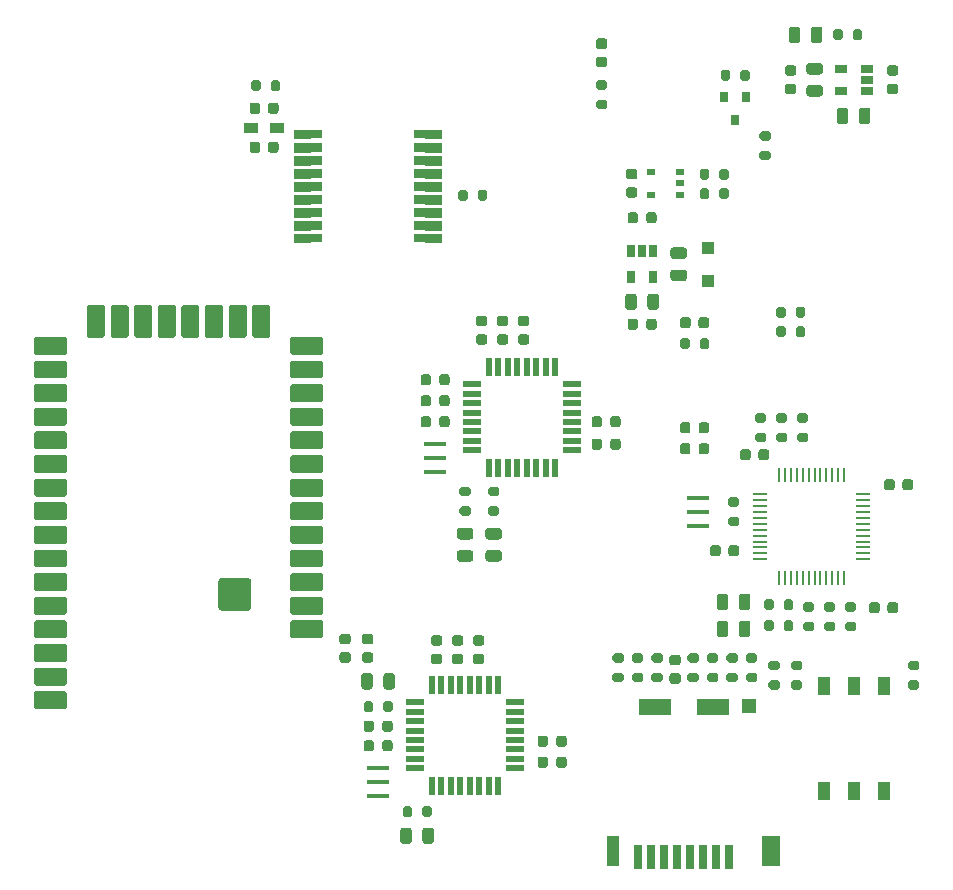
<source format=gbr>
G04 #@! TF.GenerationSoftware,KiCad,Pcbnew,(5.1.7)-1*
G04 #@! TF.CreationDate,2021-02-10T10:40:21-06:00*
G04 #@! TF.ProjectId,control_pcb,636f6e74-726f-46c5-9f70-63622e6b6963,3.0*
G04 #@! TF.SameCoordinates,Original*
G04 #@! TF.FileFunction,Paste,Top*
G04 #@! TF.FilePolarity,Positive*
%FSLAX46Y46*%
G04 Gerber Fmt 4.6, Leading zero omitted, Abs format (unit mm)*
G04 Created by KiCad (PCBNEW (5.1.7)-1) date 2021-02-10 10:40:21*
%MOMM*%
%LPD*%
G01*
G04 APERTURE LIST*
%ADD10C,0.000100*%
%ADD11R,0.250000X1.300000*%
%ADD12R,1.300000X0.250000*%
%ADD13R,0.700000X2.000000*%
%ADD14R,1.000000X2.600000*%
%ADD15R,1.500000X2.600000*%
%ADD16R,2.700000X1.400000*%
%ADD17R,1.200000X1.200000*%
%ADD18R,1.200000X0.900000*%
%ADD19R,0.800000X0.550000*%
%ADD20R,1.800000X0.700000*%
%ADD21R,1.800000X0.800000*%
%ADD22R,1.100000X1.500000*%
%ADD23R,0.800000X0.900000*%
%ADD24R,1.100000X1.100000*%
%ADD25R,1.600000X0.550000*%
%ADD26R,0.550000X1.600000*%
%ADD27R,0.650000X1.060000*%
%ADD28R,1.900000X0.400000*%
%ADD29R,1.060000X0.650000*%
G04 APERTURE END LIST*
D10*
G36*
X109374000Y-109361000D02*
G01*
X107974000Y-109361000D01*
X107974000Y-109261000D01*
X107074000Y-109261000D01*
X107074000Y-108761000D01*
X107974000Y-108761000D01*
X107974000Y-108661000D01*
X109374000Y-108661000D01*
X109374000Y-109361000D01*
G37*
X109374000Y-109361000D02*
X107974000Y-109361000D01*
X107974000Y-109261000D01*
X107074000Y-109261000D01*
X107074000Y-108761000D01*
X107974000Y-108761000D01*
X107974000Y-108661000D01*
X109374000Y-108661000D01*
X109374000Y-109361000D01*
G36*
X109374000Y-110511000D02*
G01*
X107974000Y-110511000D01*
X107974000Y-110411000D01*
X107074000Y-110411000D01*
X107074000Y-109811000D01*
X107974000Y-109811000D01*
X107974000Y-109711000D01*
X109374000Y-109711000D01*
X109374000Y-110511000D01*
G37*
X109374000Y-110511000D02*
X107974000Y-110511000D01*
X107974000Y-110411000D01*
X107074000Y-110411000D01*
X107074000Y-109811000D01*
X107974000Y-109811000D01*
X107974000Y-109711000D01*
X109374000Y-109711000D01*
X109374000Y-110511000D01*
G36*
X109374000Y-111611000D02*
G01*
X107974000Y-111611000D01*
X107974000Y-111511000D01*
X107074000Y-111511000D01*
X107074000Y-110911000D01*
X107974000Y-110911000D01*
X107974000Y-110811000D01*
X109374000Y-110811000D01*
X109374000Y-111611000D01*
G37*
X109374000Y-111611000D02*
X107974000Y-111611000D01*
X107974000Y-111511000D01*
X107074000Y-111511000D01*
X107074000Y-110911000D01*
X107974000Y-110911000D01*
X107974000Y-110811000D01*
X109374000Y-110811000D01*
X109374000Y-111611000D01*
G36*
X109374000Y-112711000D02*
G01*
X107974000Y-112711000D01*
X107974000Y-112611000D01*
X107074000Y-112611000D01*
X107074000Y-112011000D01*
X107974000Y-112011000D01*
X107974000Y-111911000D01*
X109374000Y-111911000D01*
X109374000Y-112711000D01*
G37*
X109374000Y-112711000D02*
X107974000Y-112711000D01*
X107974000Y-112611000D01*
X107074000Y-112611000D01*
X107074000Y-112011000D01*
X107974000Y-112011000D01*
X107974000Y-111911000D01*
X109374000Y-111911000D01*
X109374000Y-112711000D01*
G36*
X109374000Y-113811000D02*
G01*
X107974000Y-113811000D01*
X107974000Y-113711000D01*
X107074000Y-113711000D01*
X107074000Y-113111000D01*
X107974000Y-113111000D01*
X107974000Y-113011000D01*
X109374000Y-113011000D01*
X109374000Y-113811000D01*
G37*
X109374000Y-113811000D02*
X107974000Y-113811000D01*
X107974000Y-113711000D01*
X107074000Y-113711000D01*
X107074000Y-113111000D01*
X107974000Y-113111000D01*
X107974000Y-113011000D01*
X109374000Y-113011000D01*
X109374000Y-113811000D01*
G36*
X109374000Y-114911000D02*
G01*
X107974000Y-114911000D01*
X107974000Y-114811000D01*
X107074000Y-114811000D01*
X107074000Y-114211000D01*
X107974000Y-114211000D01*
X107974000Y-114111000D01*
X109374000Y-114111000D01*
X109374000Y-114911000D01*
G37*
X109374000Y-114911000D02*
X107974000Y-114911000D01*
X107974000Y-114811000D01*
X107074000Y-114811000D01*
X107074000Y-114211000D01*
X107974000Y-114211000D01*
X107974000Y-114111000D01*
X109374000Y-114111000D01*
X109374000Y-114911000D01*
G36*
X109374000Y-116011000D02*
G01*
X107974000Y-116011000D01*
X107974000Y-115911000D01*
X107074000Y-115911000D01*
X107074000Y-115311000D01*
X107974000Y-115311000D01*
X107974000Y-115211000D01*
X109374000Y-115211000D01*
X109374000Y-116011000D01*
G37*
X109374000Y-116011000D02*
X107974000Y-116011000D01*
X107974000Y-115911000D01*
X107074000Y-115911000D01*
X107074000Y-115311000D01*
X107974000Y-115311000D01*
X107974000Y-115211000D01*
X109374000Y-115211000D01*
X109374000Y-116011000D01*
G36*
X109374000Y-117111000D02*
G01*
X107974000Y-117111000D01*
X107974000Y-117011000D01*
X107074000Y-117011000D01*
X107074000Y-116411000D01*
X107974000Y-116411000D01*
X107974000Y-116311000D01*
X109374000Y-116311000D01*
X109374000Y-117111000D01*
G37*
X109374000Y-117111000D02*
X107974000Y-117111000D01*
X107974000Y-117011000D01*
X107074000Y-117011000D01*
X107074000Y-116411000D01*
X107974000Y-116411000D01*
X107974000Y-116311000D01*
X109374000Y-116311000D01*
X109374000Y-117111000D01*
G36*
X109374000Y-118161000D02*
G01*
X107974000Y-118161000D01*
X107974000Y-118061000D01*
X107074000Y-118061000D01*
X107074000Y-117561000D01*
X107974000Y-117561000D01*
X107974000Y-117461000D01*
X109374000Y-117461000D01*
X109374000Y-118161000D01*
G37*
X109374000Y-118161000D02*
X107974000Y-118161000D01*
X107974000Y-118061000D01*
X107074000Y-118061000D01*
X107074000Y-117561000D01*
X107974000Y-117561000D01*
X107974000Y-117461000D01*
X109374000Y-117461000D01*
X109374000Y-118161000D01*
G36*
X96874000Y-117461000D02*
G01*
X98274000Y-117461000D01*
X98274000Y-117561000D01*
X99174000Y-117561000D01*
X99174000Y-118061000D01*
X98274000Y-118061000D01*
X98274000Y-118161000D01*
X96874000Y-118161000D01*
X96874000Y-117461000D01*
G37*
X96874000Y-117461000D02*
X98274000Y-117461000D01*
X98274000Y-117561000D01*
X99174000Y-117561000D01*
X99174000Y-118061000D01*
X98274000Y-118061000D01*
X98274000Y-118161000D01*
X96874000Y-118161000D01*
X96874000Y-117461000D01*
G36*
X96874000Y-116311000D02*
G01*
X98274000Y-116311000D01*
X98274000Y-116411000D01*
X99174000Y-116411000D01*
X99174000Y-117011000D01*
X98274000Y-117011000D01*
X98274000Y-117111000D01*
X96874000Y-117111000D01*
X96874000Y-116311000D01*
G37*
X96874000Y-116311000D02*
X98274000Y-116311000D01*
X98274000Y-116411000D01*
X99174000Y-116411000D01*
X99174000Y-117011000D01*
X98274000Y-117011000D01*
X98274000Y-117111000D01*
X96874000Y-117111000D01*
X96874000Y-116311000D01*
G36*
X96874000Y-115211000D02*
G01*
X98274000Y-115211000D01*
X98274000Y-115311000D01*
X99174000Y-115311000D01*
X99174000Y-115911000D01*
X98274000Y-115911000D01*
X98274000Y-116011000D01*
X96874000Y-116011000D01*
X96874000Y-115211000D01*
G37*
X96874000Y-115211000D02*
X98274000Y-115211000D01*
X98274000Y-115311000D01*
X99174000Y-115311000D01*
X99174000Y-115911000D01*
X98274000Y-115911000D01*
X98274000Y-116011000D01*
X96874000Y-116011000D01*
X96874000Y-115211000D01*
G36*
X96874000Y-114111000D02*
G01*
X98274000Y-114111000D01*
X98274000Y-114211000D01*
X99174000Y-114211000D01*
X99174000Y-114811000D01*
X98274000Y-114811000D01*
X98274000Y-114911000D01*
X96874000Y-114911000D01*
X96874000Y-114111000D01*
G37*
X96874000Y-114111000D02*
X98274000Y-114111000D01*
X98274000Y-114211000D01*
X99174000Y-114211000D01*
X99174000Y-114811000D01*
X98274000Y-114811000D01*
X98274000Y-114911000D01*
X96874000Y-114911000D01*
X96874000Y-114111000D01*
G36*
X96874000Y-113011000D02*
G01*
X98274000Y-113011000D01*
X98274000Y-113111000D01*
X99174000Y-113111000D01*
X99174000Y-113711000D01*
X98274000Y-113711000D01*
X98274000Y-113811000D01*
X96874000Y-113811000D01*
X96874000Y-113011000D01*
G37*
X96874000Y-113011000D02*
X98274000Y-113011000D01*
X98274000Y-113111000D01*
X99174000Y-113111000D01*
X99174000Y-113711000D01*
X98274000Y-113711000D01*
X98274000Y-113811000D01*
X96874000Y-113811000D01*
X96874000Y-113011000D01*
G36*
X96874000Y-111911000D02*
G01*
X98274000Y-111911000D01*
X98274000Y-112011000D01*
X99174000Y-112011000D01*
X99174000Y-112611000D01*
X98274000Y-112611000D01*
X98274000Y-112711000D01*
X96874000Y-112711000D01*
X96874000Y-111911000D01*
G37*
X96874000Y-111911000D02*
X98274000Y-111911000D01*
X98274000Y-112011000D01*
X99174000Y-112011000D01*
X99174000Y-112611000D01*
X98274000Y-112611000D01*
X98274000Y-112711000D01*
X96874000Y-112711000D01*
X96874000Y-111911000D01*
G36*
X96874000Y-110811000D02*
G01*
X98274000Y-110811000D01*
X98274000Y-110911000D01*
X99174000Y-110911000D01*
X99174000Y-111511000D01*
X98274000Y-111511000D01*
X98274000Y-111611000D01*
X96874000Y-111611000D01*
X96874000Y-110811000D01*
G37*
X96874000Y-110811000D02*
X98274000Y-110811000D01*
X98274000Y-110911000D01*
X99174000Y-110911000D01*
X99174000Y-111511000D01*
X98274000Y-111511000D01*
X98274000Y-111611000D01*
X96874000Y-111611000D01*
X96874000Y-110811000D01*
G36*
X96874000Y-109711000D02*
G01*
X98274000Y-109711000D01*
X98274000Y-109811000D01*
X99174000Y-109811000D01*
X99174000Y-110411000D01*
X98274000Y-110411000D01*
X98274000Y-110511000D01*
X96874000Y-110511000D01*
X96874000Y-109711000D01*
G37*
X96874000Y-109711000D02*
X98274000Y-109711000D01*
X98274000Y-109811000D01*
X99174000Y-109811000D01*
X99174000Y-110411000D01*
X98274000Y-110411000D01*
X98274000Y-110511000D01*
X96874000Y-110511000D01*
X96874000Y-109711000D01*
G36*
X96874000Y-108661000D02*
G01*
X98274000Y-108661000D01*
X98274000Y-108761000D01*
X99174000Y-108761000D01*
X99174000Y-109261000D01*
X98274000Y-109261000D01*
X98274000Y-109361000D01*
X96874000Y-109361000D01*
X96874000Y-108661000D01*
G37*
X96874000Y-108661000D02*
X98274000Y-108661000D01*
X98274000Y-108761000D01*
X99174000Y-108761000D01*
X99174000Y-109261000D01*
X98274000Y-109261000D01*
X98274000Y-109361000D01*
X96874000Y-109361000D01*
X96874000Y-108661000D01*
D11*
X137966000Y-137890000D03*
X138466000Y-137890000D03*
X138966000Y-137890000D03*
X139466000Y-137890000D03*
X139966000Y-137890000D03*
X140466000Y-137890000D03*
X140966000Y-137890000D03*
X141466000Y-137890000D03*
X141966000Y-137890000D03*
X142466000Y-137890000D03*
X142966000Y-137890000D03*
X143466000Y-137890000D03*
D12*
X145066000Y-139490000D03*
X145066000Y-139990000D03*
X145066000Y-140490000D03*
X145066000Y-140990000D03*
X145066000Y-141490000D03*
X145066000Y-141990000D03*
X145066000Y-142490000D03*
X145066000Y-142990000D03*
X145066000Y-143490000D03*
X145066000Y-143990000D03*
X145066000Y-144490000D03*
X145066000Y-144990000D03*
D11*
X143466000Y-146590000D03*
X142966000Y-146590000D03*
X142466000Y-146590000D03*
X141966000Y-146590000D03*
X141466000Y-146590000D03*
X140966000Y-146590000D03*
X140466000Y-146590000D03*
X139966000Y-146590000D03*
X139466000Y-146590000D03*
X138966000Y-146590000D03*
X138466000Y-146590000D03*
X137966000Y-146590000D03*
D12*
X136366000Y-144990000D03*
X136366000Y-144490000D03*
X136366000Y-143990000D03*
X136366000Y-143490000D03*
X136366000Y-142990000D03*
X136366000Y-142490000D03*
X136366000Y-141990000D03*
X136366000Y-141490000D03*
X136366000Y-140990000D03*
X136366000Y-140490000D03*
X136366000Y-139990000D03*
X136366000Y-139490000D03*
D13*
X126042001Y-170195001D03*
X127142001Y-170195001D03*
X128242001Y-170195001D03*
X129342001Y-170195001D03*
X130442001Y-170195001D03*
X131542001Y-170195001D03*
X132642001Y-170195001D03*
X133742001Y-170195001D03*
D14*
X123942001Y-169695001D03*
D15*
X137292001Y-169695001D03*
D16*
X132342001Y-157495001D03*
X127442001Y-157495001D03*
D17*
X135392001Y-157395001D03*
G36*
G01*
X129409000Y-155530000D02*
X128909000Y-155530000D01*
G75*
G02*
X128684000Y-155305000I0J225000D01*
G01*
X128684000Y-154855000D01*
G75*
G02*
X128909000Y-154630000I225000J0D01*
G01*
X129409000Y-154630000D01*
G75*
G02*
X129634000Y-154855000I0J-225000D01*
G01*
X129634000Y-155305000D01*
G75*
G02*
X129409000Y-155530000I-225000J0D01*
G01*
G37*
G36*
G01*
X129409000Y-153980000D02*
X128909000Y-153980000D01*
G75*
G02*
X128684000Y-153755000I0J225000D01*
G01*
X128684000Y-153305000D01*
G75*
G02*
X128909000Y-153080000I225000J0D01*
G01*
X129409000Y-153080000D01*
G75*
G02*
X129634000Y-153305000I0J-225000D01*
G01*
X129634000Y-153755000D01*
G75*
G02*
X129409000Y-153980000I-225000J0D01*
G01*
G37*
G36*
G01*
X124608000Y-153753000D02*
X124058000Y-153753000D01*
G75*
G02*
X123858000Y-153553000I0J200000D01*
G01*
X123858000Y-153153000D01*
G75*
G02*
X124058000Y-152953000I200000J0D01*
G01*
X124608000Y-152953000D01*
G75*
G02*
X124808000Y-153153000I0J-200000D01*
G01*
X124808000Y-153553000D01*
G75*
G02*
X124608000Y-153753000I-200000J0D01*
G01*
G37*
G36*
G01*
X124608000Y-155403000D02*
X124058000Y-155403000D01*
G75*
G02*
X123858000Y-155203000I0J200000D01*
G01*
X123858000Y-154803000D01*
G75*
G02*
X124058000Y-154603000I200000J0D01*
G01*
X124608000Y-154603000D01*
G75*
G02*
X124808000Y-154803000I0J-200000D01*
G01*
X124808000Y-155203000D01*
G75*
G02*
X124608000Y-155403000I-200000J0D01*
G01*
G37*
G36*
G01*
X127910000Y-153753000D02*
X127360000Y-153753000D01*
G75*
G02*
X127160000Y-153553000I0J200000D01*
G01*
X127160000Y-153153000D01*
G75*
G02*
X127360000Y-152953000I200000J0D01*
G01*
X127910000Y-152953000D01*
G75*
G02*
X128110000Y-153153000I0J-200000D01*
G01*
X128110000Y-153553000D01*
G75*
G02*
X127910000Y-153753000I-200000J0D01*
G01*
G37*
G36*
G01*
X127910000Y-155403000D02*
X127360000Y-155403000D01*
G75*
G02*
X127160000Y-155203000I0J200000D01*
G01*
X127160000Y-154803000D01*
G75*
G02*
X127360000Y-154603000I200000J0D01*
G01*
X127910000Y-154603000D01*
G75*
G02*
X128110000Y-154803000I0J-200000D01*
G01*
X128110000Y-155203000D01*
G75*
G02*
X127910000Y-155403000I-200000J0D01*
G01*
G37*
G36*
G01*
X130958000Y-153753000D02*
X130408000Y-153753000D01*
G75*
G02*
X130208000Y-153553000I0J200000D01*
G01*
X130208000Y-153153000D01*
G75*
G02*
X130408000Y-152953000I200000J0D01*
G01*
X130958000Y-152953000D01*
G75*
G02*
X131158000Y-153153000I0J-200000D01*
G01*
X131158000Y-153553000D01*
G75*
G02*
X130958000Y-153753000I-200000J0D01*
G01*
G37*
G36*
G01*
X130958000Y-155403000D02*
X130408000Y-155403000D01*
G75*
G02*
X130208000Y-155203000I0J200000D01*
G01*
X130208000Y-154803000D01*
G75*
G02*
X130408000Y-154603000I200000J0D01*
G01*
X130958000Y-154603000D01*
G75*
G02*
X131158000Y-154803000I0J-200000D01*
G01*
X131158000Y-155203000D01*
G75*
G02*
X130958000Y-155403000I-200000J0D01*
G01*
G37*
G36*
G01*
X132609000Y-155403000D02*
X132059000Y-155403000D01*
G75*
G02*
X131859000Y-155203000I0J200000D01*
G01*
X131859000Y-154803000D01*
G75*
G02*
X132059000Y-154603000I200000J0D01*
G01*
X132609000Y-154603000D01*
G75*
G02*
X132809000Y-154803000I0J-200000D01*
G01*
X132809000Y-155203000D01*
G75*
G02*
X132609000Y-155403000I-200000J0D01*
G01*
G37*
G36*
G01*
X132609000Y-153753000D02*
X132059000Y-153753000D01*
G75*
G02*
X131859000Y-153553000I0J200000D01*
G01*
X131859000Y-153153000D01*
G75*
G02*
X132059000Y-152953000I200000J0D01*
G01*
X132609000Y-152953000D01*
G75*
G02*
X132809000Y-153153000I0J-200000D01*
G01*
X132809000Y-153553000D01*
G75*
G02*
X132609000Y-153753000I-200000J0D01*
G01*
G37*
G36*
G01*
X126259000Y-155403000D02*
X125709000Y-155403000D01*
G75*
G02*
X125509000Y-155203000I0J200000D01*
G01*
X125509000Y-154803000D01*
G75*
G02*
X125709000Y-154603000I200000J0D01*
G01*
X126259000Y-154603000D01*
G75*
G02*
X126459000Y-154803000I0J-200000D01*
G01*
X126459000Y-155203000D01*
G75*
G02*
X126259000Y-155403000I-200000J0D01*
G01*
G37*
G36*
G01*
X126259000Y-153753000D02*
X125709000Y-153753000D01*
G75*
G02*
X125509000Y-153553000I0J200000D01*
G01*
X125509000Y-153153000D01*
G75*
G02*
X125709000Y-152953000I200000J0D01*
G01*
X126259000Y-152953000D01*
G75*
G02*
X126459000Y-153153000I0J-200000D01*
G01*
X126459000Y-153553000D01*
G75*
G02*
X126259000Y-153753000I-200000J0D01*
G01*
G37*
G36*
G01*
X134260000Y-155403000D02*
X133710000Y-155403000D01*
G75*
G02*
X133510000Y-155203000I0J200000D01*
G01*
X133510000Y-154803000D01*
G75*
G02*
X133710000Y-154603000I200000J0D01*
G01*
X134260000Y-154603000D01*
G75*
G02*
X134460000Y-154803000I0J-200000D01*
G01*
X134460000Y-155203000D01*
G75*
G02*
X134260000Y-155403000I-200000J0D01*
G01*
G37*
G36*
G01*
X134260000Y-153753000D02*
X133710000Y-153753000D01*
G75*
G02*
X133510000Y-153553000I0J200000D01*
G01*
X133510000Y-153153000D01*
G75*
G02*
X133710000Y-152953000I200000J0D01*
G01*
X134260000Y-152953000D01*
G75*
G02*
X134460000Y-153153000I0J-200000D01*
G01*
X134460000Y-153553000D01*
G75*
G02*
X134260000Y-153753000I-200000J0D01*
G01*
G37*
G36*
G01*
X133837000Y-139745000D02*
X134387000Y-139745000D01*
G75*
G02*
X134587000Y-139945000I0J-200000D01*
G01*
X134587000Y-140345000D01*
G75*
G02*
X134387000Y-140545000I-200000J0D01*
G01*
X133837000Y-140545000D01*
G75*
G02*
X133637000Y-140345000I0J200000D01*
G01*
X133637000Y-139945000D01*
G75*
G02*
X133837000Y-139745000I200000J0D01*
G01*
G37*
G36*
G01*
X133837000Y-141395000D02*
X134387000Y-141395000D01*
G75*
G02*
X134587000Y-141595000I0J-200000D01*
G01*
X134587000Y-141995000D01*
G75*
G02*
X134387000Y-142195000I-200000J0D01*
G01*
X133837000Y-142195000D01*
G75*
G02*
X133637000Y-141995000I0J200000D01*
G01*
X133637000Y-141595000D01*
G75*
G02*
X133837000Y-141395000I200000J0D01*
G01*
G37*
G36*
G01*
X130485000Y-124718000D02*
X130485000Y-125218000D01*
G75*
G02*
X130260000Y-125443000I-225000J0D01*
G01*
X129810000Y-125443000D01*
G75*
G02*
X129585000Y-125218000I0J225000D01*
G01*
X129585000Y-124718000D01*
G75*
G02*
X129810000Y-124493000I225000J0D01*
G01*
X130260000Y-124493000D01*
G75*
G02*
X130485000Y-124718000I0J-225000D01*
G01*
G37*
G36*
G01*
X132035000Y-124718000D02*
X132035000Y-125218000D01*
G75*
G02*
X131810000Y-125443000I-225000J0D01*
G01*
X131360000Y-125443000D01*
G75*
G02*
X131135000Y-125218000I0J225000D01*
G01*
X131135000Y-124718000D01*
G75*
G02*
X131360000Y-124493000I225000J0D01*
G01*
X131810000Y-124493000D01*
G75*
G02*
X132035000Y-124718000I0J-225000D01*
G01*
G37*
G36*
G01*
X149307000Y-138434000D02*
X149307000Y-138934000D01*
G75*
G02*
X149082000Y-139159000I-225000J0D01*
G01*
X148632000Y-139159000D01*
G75*
G02*
X148407000Y-138934000I0J225000D01*
G01*
X148407000Y-138434000D01*
G75*
G02*
X148632000Y-138209000I225000J0D01*
G01*
X149082000Y-138209000D01*
G75*
G02*
X149307000Y-138434000I0J-225000D01*
G01*
G37*
G36*
G01*
X147757000Y-138434000D02*
X147757000Y-138934000D01*
G75*
G02*
X147532000Y-139159000I-225000J0D01*
G01*
X147082000Y-139159000D01*
G75*
G02*
X146857000Y-138934000I0J225000D01*
G01*
X146857000Y-138434000D01*
G75*
G02*
X147082000Y-138209000I225000J0D01*
G01*
X147532000Y-138209000D01*
G75*
G02*
X147757000Y-138434000I0J-225000D01*
G01*
G37*
G36*
G01*
X137266000Y-153588000D02*
X137816000Y-153588000D01*
G75*
G02*
X138016000Y-153788000I0J-200000D01*
G01*
X138016000Y-154188000D01*
G75*
G02*
X137816000Y-154388000I-200000J0D01*
G01*
X137266000Y-154388000D01*
G75*
G02*
X137066000Y-154188000I0J200000D01*
G01*
X137066000Y-153788000D01*
G75*
G02*
X137266000Y-153588000I200000J0D01*
G01*
G37*
G36*
G01*
X137266000Y-155238000D02*
X137816000Y-155238000D01*
G75*
G02*
X138016000Y-155438000I0J-200000D01*
G01*
X138016000Y-155838000D01*
G75*
G02*
X137816000Y-156038000I-200000J0D01*
G01*
X137266000Y-156038000D01*
G75*
G02*
X137066000Y-155838000I0J200000D01*
G01*
X137066000Y-155438000D01*
G75*
G02*
X137266000Y-155238000I200000J0D01*
G01*
G37*
D18*
X95461000Y-108458000D03*
X93261000Y-108458000D03*
D19*
X129550000Y-114114001D03*
X129550000Y-113164001D03*
X129550000Y-112214001D03*
X127150000Y-112214001D03*
X127150000Y-114114001D03*
D20*
X107874000Y-117811000D03*
D21*
X107874000Y-116711000D03*
X107874000Y-115611000D03*
X107874000Y-114511000D03*
X107874000Y-113411000D03*
X107874000Y-112311000D03*
X107874000Y-111211000D03*
X107874000Y-110111000D03*
D20*
X107874000Y-109011000D03*
X98374000Y-109011000D03*
D21*
X98374000Y-110111000D03*
X98374000Y-111211000D03*
X98374000Y-112311000D03*
X98374000Y-113411000D03*
X98374000Y-114511000D03*
X98374000Y-115611000D03*
X98374000Y-116711000D03*
D20*
X98374000Y-117811000D03*
D22*
X141732000Y-164597000D03*
X144272000Y-164597000D03*
X146812000Y-164597000D03*
X146812000Y-155697000D03*
X144272000Y-155697000D03*
X141732000Y-155697000D03*
D23*
X134239000Y-107807000D03*
X133289000Y-105807000D03*
X135189000Y-105807000D03*
G36*
G01*
X108489000Y-133093750D02*
X108489000Y-133606250D01*
G75*
G02*
X108270250Y-133825000I-218750J0D01*
G01*
X107832750Y-133825000D01*
G75*
G02*
X107614000Y-133606250I0J218750D01*
G01*
X107614000Y-133093750D01*
G75*
G02*
X107832750Y-132875000I218750J0D01*
G01*
X108270250Y-132875000D01*
G75*
G02*
X108489000Y-133093750I0J-218750D01*
G01*
G37*
G36*
G01*
X110064000Y-133093750D02*
X110064000Y-133606250D01*
G75*
G02*
X109845250Y-133825000I-218750J0D01*
G01*
X109407750Y-133825000D01*
G75*
G02*
X109189000Y-133606250I0J218750D01*
G01*
X109189000Y-133093750D01*
G75*
G02*
X109407750Y-132875000I218750J0D01*
G01*
X109845250Y-132875000D01*
G75*
G02*
X110064000Y-133093750I0J-218750D01*
G01*
G37*
G36*
G01*
X122092000Y-135511250D02*
X122092000Y-134998750D01*
G75*
G02*
X122310750Y-134780000I218750J0D01*
G01*
X122748250Y-134780000D01*
G75*
G02*
X122967000Y-134998750I0J-218750D01*
G01*
X122967000Y-135511250D01*
G75*
G02*
X122748250Y-135730000I-218750J0D01*
G01*
X122310750Y-135730000D01*
G75*
G02*
X122092000Y-135511250I0J218750D01*
G01*
G37*
G36*
G01*
X123667000Y-135511250D02*
X123667000Y-134998750D01*
G75*
G02*
X123885750Y-134780000I218750J0D01*
G01*
X124323250Y-134780000D01*
G75*
G02*
X124542000Y-134998750I0J-218750D01*
G01*
X124542000Y-135511250D01*
G75*
G02*
X124323250Y-135730000I-218750J0D01*
G01*
X123885750Y-135730000D01*
G75*
G02*
X123667000Y-135511250I0J218750D01*
G01*
G37*
G36*
G01*
X108489000Y-131315750D02*
X108489000Y-131828250D01*
G75*
G02*
X108270250Y-132047000I-218750J0D01*
G01*
X107832750Y-132047000D01*
G75*
G02*
X107614000Y-131828250I0J218750D01*
G01*
X107614000Y-131315750D01*
G75*
G02*
X107832750Y-131097000I218750J0D01*
G01*
X108270250Y-131097000D01*
G75*
G02*
X108489000Y-131315750I0J-218750D01*
G01*
G37*
G36*
G01*
X110064000Y-131315750D02*
X110064000Y-131828250D01*
G75*
G02*
X109845250Y-132047000I-218750J0D01*
G01*
X109407750Y-132047000D01*
G75*
G02*
X109189000Y-131828250I0J218750D01*
G01*
X109189000Y-131315750D01*
G75*
G02*
X109407750Y-131097000I218750J0D01*
G01*
X109845250Y-131097000D01*
G75*
G02*
X110064000Y-131315750I0J-218750D01*
G01*
G37*
G36*
G01*
X123667000Y-133606250D02*
X123667000Y-133093750D01*
G75*
G02*
X123885750Y-132875000I218750J0D01*
G01*
X124323250Y-132875000D01*
G75*
G02*
X124542000Y-133093750I0J-218750D01*
G01*
X124542000Y-133606250D01*
G75*
G02*
X124323250Y-133825000I-218750J0D01*
G01*
X123885750Y-133825000D01*
G75*
G02*
X123667000Y-133606250I0J218750D01*
G01*
G37*
G36*
G01*
X122092000Y-133606250D02*
X122092000Y-133093750D01*
G75*
G02*
X122310750Y-132875000I218750J0D01*
G01*
X122748250Y-132875000D01*
G75*
G02*
X122967000Y-133093750I0J-218750D01*
G01*
X122967000Y-133606250D01*
G75*
G02*
X122748250Y-133825000I-218750J0D01*
G01*
X122310750Y-133825000D01*
G75*
G02*
X122092000Y-133606250I0J218750D01*
G01*
G37*
G36*
G01*
X105238000Y-158874750D02*
X105238000Y-159387250D01*
G75*
G02*
X105019250Y-159606000I-218750J0D01*
G01*
X104581750Y-159606000D01*
G75*
G02*
X104363000Y-159387250I0J218750D01*
G01*
X104363000Y-158874750D01*
G75*
G02*
X104581750Y-158656000I218750J0D01*
G01*
X105019250Y-158656000D01*
G75*
G02*
X105238000Y-158874750I0J-218750D01*
G01*
G37*
G36*
G01*
X103663000Y-158874750D02*
X103663000Y-159387250D01*
G75*
G02*
X103444250Y-159606000I-218750J0D01*
G01*
X103006750Y-159606000D01*
G75*
G02*
X102788000Y-159387250I0J218750D01*
G01*
X102788000Y-158874750D01*
G75*
G02*
X103006750Y-158656000I218750J0D01*
G01*
X103444250Y-158656000D01*
G75*
G02*
X103663000Y-158874750I0J-218750D01*
G01*
G37*
G36*
G01*
X119095000Y-162435250D02*
X119095000Y-161922750D01*
G75*
G02*
X119313750Y-161704000I218750J0D01*
G01*
X119751250Y-161704000D01*
G75*
G02*
X119970000Y-161922750I0J-218750D01*
G01*
X119970000Y-162435250D01*
G75*
G02*
X119751250Y-162654000I-218750J0D01*
G01*
X119313750Y-162654000D01*
G75*
G02*
X119095000Y-162435250I0J218750D01*
G01*
G37*
G36*
G01*
X117520000Y-162435250D02*
X117520000Y-161922750D01*
G75*
G02*
X117738750Y-161704000I218750J0D01*
G01*
X118176250Y-161704000D01*
G75*
G02*
X118395000Y-161922750I0J-218750D01*
G01*
X118395000Y-162435250D01*
G75*
G02*
X118176250Y-162654000I-218750J0D01*
G01*
X117738750Y-162654000D01*
G75*
G02*
X117520000Y-162435250I0J218750D01*
G01*
G37*
G36*
G01*
X105238000Y-160525750D02*
X105238000Y-161038250D01*
G75*
G02*
X105019250Y-161257000I-218750J0D01*
G01*
X104581750Y-161257000D01*
G75*
G02*
X104363000Y-161038250I0J218750D01*
G01*
X104363000Y-160525750D01*
G75*
G02*
X104581750Y-160307000I218750J0D01*
G01*
X105019250Y-160307000D01*
G75*
G02*
X105238000Y-160525750I0J-218750D01*
G01*
G37*
G36*
G01*
X103663000Y-160525750D02*
X103663000Y-161038250D01*
G75*
G02*
X103444250Y-161257000I-218750J0D01*
G01*
X103006750Y-161257000D01*
G75*
G02*
X102788000Y-161038250I0J218750D01*
G01*
X102788000Y-160525750D01*
G75*
G02*
X103006750Y-160307000I218750J0D01*
G01*
X103444250Y-160307000D01*
G75*
G02*
X103663000Y-160525750I0J-218750D01*
G01*
G37*
G36*
G01*
X117520000Y-160657250D02*
X117520000Y-160144750D01*
G75*
G02*
X117738750Y-159926000I218750J0D01*
G01*
X118176250Y-159926000D01*
G75*
G02*
X118395000Y-160144750I0J-218750D01*
G01*
X118395000Y-160657250D01*
G75*
G02*
X118176250Y-160876000I-218750J0D01*
G01*
X117738750Y-160876000D01*
G75*
G02*
X117520000Y-160657250I0J218750D01*
G01*
G37*
G36*
G01*
X119095000Y-160657250D02*
X119095000Y-160144750D01*
G75*
G02*
X119313750Y-159926000I218750J0D01*
G01*
X119751250Y-159926000D01*
G75*
G02*
X119970000Y-160144750I0J-218750D01*
G01*
X119970000Y-160657250D01*
G75*
G02*
X119751250Y-160876000I-218750J0D01*
G01*
X119313750Y-160876000D01*
G75*
G02*
X119095000Y-160657250I0J218750D01*
G01*
G37*
G36*
G01*
X129007550Y-118590000D02*
X129920050Y-118590000D01*
G75*
G02*
X130163800Y-118833750I0J-243750D01*
G01*
X130163800Y-119321250D01*
G75*
G02*
X129920050Y-119565000I-243750J0D01*
G01*
X129007550Y-119565000D01*
G75*
G02*
X128763800Y-119321250I0J243750D01*
G01*
X128763800Y-118833750D01*
G75*
G02*
X129007550Y-118590000I243750J0D01*
G01*
G37*
G36*
G01*
X129007550Y-120465000D02*
X129920050Y-120465000D01*
G75*
G02*
X130163800Y-120708750I0J-243750D01*
G01*
X130163800Y-121196250D01*
G75*
G02*
X129920050Y-121440000I-243750J0D01*
G01*
X129007550Y-121440000D01*
G75*
G02*
X128763800Y-121196250I0J243750D01*
G01*
X128763800Y-120708750D01*
G75*
G02*
X129007550Y-120465000I243750J0D01*
G01*
G37*
G36*
G01*
X125915000Y-122733750D02*
X125915000Y-123646250D01*
G75*
G02*
X125671250Y-123890000I-243750J0D01*
G01*
X125183750Y-123890000D01*
G75*
G02*
X124940000Y-123646250I0J243750D01*
G01*
X124940000Y-122733750D01*
G75*
G02*
X125183750Y-122490000I243750J0D01*
G01*
X125671250Y-122490000D01*
G75*
G02*
X125915000Y-122733750I0J-243750D01*
G01*
G37*
G36*
G01*
X127790000Y-122733750D02*
X127790000Y-123646250D01*
G75*
G02*
X127546250Y-123890000I-243750J0D01*
G01*
X127058750Y-123890000D01*
G75*
G02*
X126815000Y-123646250I0J243750D01*
G01*
X126815000Y-122733750D01*
G75*
G02*
X127058750Y-122490000I243750J0D01*
G01*
X127546250Y-122490000D01*
G75*
G02*
X127790000Y-122733750I0J-243750D01*
G01*
G37*
G36*
G01*
X127590000Y-124838750D02*
X127590000Y-125351250D01*
G75*
G02*
X127371250Y-125570000I-218750J0D01*
G01*
X126933750Y-125570000D01*
G75*
G02*
X126715000Y-125351250I0J218750D01*
G01*
X126715000Y-124838750D01*
G75*
G02*
X126933750Y-124620000I218750J0D01*
G01*
X127371250Y-124620000D01*
G75*
G02*
X127590000Y-124838750I0J-218750D01*
G01*
G37*
G36*
G01*
X126015000Y-124838750D02*
X126015000Y-125351250D01*
G75*
G02*
X125796250Y-125570000I-218750J0D01*
G01*
X125358750Y-125570000D01*
G75*
G02*
X125140000Y-125351250I0J218750D01*
G01*
X125140000Y-124838750D01*
G75*
G02*
X125358750Y-124620000I218750J0D01*
G01*
X125796250Y-124620000D01*
G75*
G02*
X126015000Y-124838750I0J-218750D01*
G01*
G37*
G36*
G01*
X134562000Y-149046250D02*
X134562000Y-148133750D01*
G75*
G02*
X134805750Y-147890000I243750J0D01*
G01*
X135293250Y-147890000D01*
G75*
G02*
X135537000Y-148133750I0J-243750D01*
G01*
X135537000Y-149046250D01*
G75*
G02*
X135293250Y-149290000I-243750J0D01*
G01*
X134805750Y-149290000D01*
G75*
G02*
X134562000Y-149046250I0J243750D01*
G01*
G37*
G36*
G01*
X132687000Y-149046250D02*
X132687000Y-148133750D01*
G75*
G02*
X132930750Y-147890000I243750J0D01*
G01*
X133418250Y-147890000D01*
G75*
G02*
X133662000Y-148133750I0J-243750D01*
G01*
X133662000Y-149046250D01*
G75*
G02*
X133418250Y-149290000I-243750J0D01*
G01*
X132930750Y-149290000D01*
G75*
G02*
X132687000Y-149046250I0J243750D01*
G01*
G37*
G36*
G01*
X134562000Y-151332250D02*
X134562000Y-150419750D01*
G75*
G02*
X134805750Y-150176000I243750J0D01*
G01*
X135293250Y-150176000D01*
G75*
G02*
X135537000Y-150419750I0J-243750D01*
G01*
X135537000Y-151332250D01*
G75*
G02*
X135293250Y-151576000I-243750J0D01*
G01*
X134805750Y-151576000D01*
G75*
G02*
X134562000Y-151332250I0J243750D01*
G01*
G37*
G36*
G01*
X132687000Y-151332250D02*
X132687000Y-150419750D01*
G75*
G02*
X132930750Y-150176000I243750J0D01*
G01*
X133418250Y-150176000D01*
G75*
G02*
X133662000Y-150419750I0J-243750D01*
G01*
X133662000Y-151332250D01*
G75*
G02*
X133418250Y-151576000I-243750J0D01*
G01*
X132930750Y-151576000D01*
G75*
G02*
X132687000Y-151332250I0J243750D01*
G01*
G37*
G36*
G01*
X138783000Y-101040250D02*
X138783000Y-100127750D01*
G75*
G02*
X139026750Y-99884000I243750J0D01*
G01*
X139514250Y-99884000D01*
G75*
G02*
X139758000Y-100127750I0J-243750D01*
G01*
X139758000Y-101040250D01*
G75*
G02*
X139514250Y-101284000I-243750J0D01*
G01*
X139026750Y-101284000D01*
G75*
G02*
X138783000Y-101040250I0J243750D01*
G01*
G37*
G36*
G01*
X140658000Y-101040250D02*
X140658000Y-100127750D01*
G75*
G02*
X140901750Y-99884000I243750J0D01*
G01*
X141389250Y-99884000D01*
G75*
G02*
X141633000Y-100127750I0J-243750D01*
G01*
X141633000Y-101040250D01*
G75*
G02*
X141389250Y-101284000I-243750J0D01*
G01*
X140901750Y-101284000D01*
G75*
G02*
X140658000Y-101040250I0J243750D01*
G01*
G37*
G36*
G01*
X111835250Y-143314000D02*
X110922750Y-143314000D01*
G75*
G02*
X110679000Y-143070250I0J243750D01*
G01*
X110679000Y-142582750D01*
G75*
G02*
X110922750Y-142339000I243750J0D01*
G01*
X111835250Y-142339000D01*
G75*
G02*
X112079000Y-142582750I0J-243750D01*
G01*
X112079000Y-143070250D01*
G75*
G02*
X111835250Y-143314000I-243750J0D01*
G01*
G37*
G36*
G01*
X111835250Y-145189000D02*
X110922750Y-145189000D01*
G75*
G02*
X110679000Y-144945250I0J243750D01*
G01*
X110679000Y-144457750D01*
G75*
G02*
X110922750Y-144214000I243750J0D01*
G01*
X111835250Y-144214000D01*
G75*
G02*
X112079000Y-144457750I0J-243750D01*
G01*
X112079000Y-144945250D01*
G75*
G02*
X111835250Y-145189000I-243750J0D01*
G01*
G37*
G36*
G01*
X114248250Y-145189000D02*
X113335750Y-145189000D01*
G75*
G02*
X113092000Y-144945250I0J243750D01*
G01*
X113092000Y-144457750D01*
G75*
G02*
X113335750Y-144214000I243750J0D01*
G01*
X114248250Y-144214000D01*
G75*
G02*
X114492000Y-144457750I0J-243750D01*
G01*
X114492000Y-144945250D01*
G75*
G02*
X114248250Y-145189000I-243750J0D01*
G01*
G37*
G36*
G01*
X114248250Y-143314000D02*
X113335750Y-143314000D01*
G75*
G02*
X113092000Y-143070250I0J243750D01*
G01*
X113092000Y-142582750D01*
G75*
G02*
X113335750Y-142339000I243750J0D01*
G01*
X114248250Y-142339000D01*
G75*
G02*
X114492000Y-142582750I0J-243750D01*
G01*
X114492000Y-143070250D01*
G75*
G02*
X114248250Y-143314000I-243750J0D01*
G01*
G37*
G36*
G01*
X105438000Y-154864750D02*
X105438000Y-155777250D01*
G75*
G02*
X105194250Y-156021000I-243750J0D01*
G01*
X104706750Y-156021000D01*
G75*
G02*
X104463000Y-155777250I0J243750D01*
G01*
X104463000Y-154864750D01*
G75*
G02*
X104706750Y-154621000I243750J0D01*
G01*
X105194250Y-154621000D01*
G75*
G02*
X105438000Y-154864750I0J-243750D01*
G01*
G37*
G36*
G01*
X103563000Y-154864750D02*
X103563000Y-155777250D01*
G75*
G02*
X103319250Y-156021000I-243750J0D01*
G01*
X102831750Y-156021000D01*
G75*
G02*
X102588000Y-155777250I0J243750D01*
G01*
X102588000Y-154864750D01*
G75*
G02*
X102831750Y-154621000I243750J0D01*
G01*
X103319250Y-154621000D01*
G75*
G02*
X103563000Y-154864750I0J-243750D01*
G01*
G37*
G36*
G01*
X108740000Y-167945750D02*
X108740000Y-168858250D01*
G75*
G02*
X108496250Y-169102000I-243750J0D01*
G01*
X108008750Y-169102000D01*
G75*
G02*
X107765000Y-168858250I0J243750D01*
G01*
X107765000Y-167945750D01*
G75*
G02*
X108008750Y-167702000I243750J0D01*
G01*
X108496250Y-167702000D01*
G75*
G02*
X108740000Y-167945750I0J-243750D01*
G01*
G37*
G36*
G01*
X106865000Y-167945750D02*
X106865000Y-168858250D01*
G75*
G02*
X106621250Y-169102000I-243750J0D01*
G01*
X106133750Y-169102000D01*
G75*
G02*
X105890000Y-168858250I0J243750D01*
G01*
X105890000Y-167945750D01*
G75*
G02*
X106133750Y-167702000I243750J0D01*
G01*
X106621250Y-167702000D01*
G75*
G02*
X106865000Y-167945750I0J-243750D01*
G01*
G37*
D24*
X131927600Y-118615000D03*
X131927600Y-121415000D03*
G36*
G01*
X138347000Y-149119000D02*
X138347000Y-148569000D01*
G75*
G02*
X138547000Y-148369000I200000J0D01*
G01*
X138947000Y-148369000D01*
G75*
G02*
X139147000Y-148569000I0J-200000D01*
G01*
X139147000Y-149119000D01*
G75*
G02*
X138947000Y-149319000I-200000J0D01*
G01*
X138547000Y-149319000D01*
G75*
G02*
X138347000Y-149119000I0J200000D01*
G01*
G37*
G36*
G01*
X136697000Y-149119000D02*
X136697000Y-148569000D01*
G75*
G02*
X136897000Y-148369000I200000J0D01*
G01*
X137297000Y-148369000D01*
G75*
G02*
X137497000Y-148569000I0J-200000D01*
G01*
X137497000Y-149119000D01*
G75*
G02*
X137297000Y-149319000I-200000J0D01*
G01*
X136897000Y-149319000D01*
G75*
G02*
X136697000Y-149119000I0J200000D01*
G01*
G37*
G36*
G01*
X136697000Y-150897000D02*
X136697000Y-150347000D01*
G75*
G02*
X136897000Y-150147000I200000J0D01*
G01*
X137297000Y-150147000D01*
G75*
G02*
X137497000Y-150347000I0J-200000D01*
G01*
X137497000Y-150897000D01*
G75*
G02*
X137297000Y-151097000I-200000J0D01*
G01*
X136897000Y-151097000D01*
G75*
G02*
X136697000Y-150897000I0J200000D01*
G01*
G37*
G36*
G01*
X138347000Y-150897000D02*
X138347000Y-150347000D01*
G75*
G02*
X138547000Y-150147000I200000J0D01*
G01*
X138947000Y-150147000D01*
G75*
G02*
X139147000Y-150347000I0J-200000D01*
G01*
X139147000Y-150897000D01*
G75*
G02*
X138947000Y-151097000I-200000J0D01*
G01*
X138547000Y-151097000D01*
G75*
G02*
X138347000Y-150897000I0J200000D01*
G01*
G37*
G36*
G01*
X132035000Y-133601750D02*
X132035000Y-134114250D01*
G75*
G02*
X131816250Y-134333000I-218750J0D01*
G01*
X131378750Y-134333000D01*
G75*
G02*
X131160000Y-134114250I0J218750D01*
G01*
X131160000Y-133601750D01*
G75*
G02*
X131378750Y-133383000I218750J0D01*
G01*
X131816250Y-133383000D01*
G75*
G02*
X132035000Y-133601750I0J-218750D01*
G01*
G37*
G36*
G01*
X130460000Y-133601750D02*
X130460000Y-134114250D01*
G75*
G02*
X130241250Y-134333000I-218750J0D01*
G01*
X129803750Y-134333000D01*
G75*
G02*
X129585000Y-134114250I0J218750D01*
G01*
X129585000Y-133601750D01*
G75*
G02*
X129803750Y-133383000I218750J0D01*
G01*
X130241250Y-133383000D01*
G75*
G02*
X130460000Y-133601750I0J-218750D01*
G01*
G37*
G36*
G01*
X132035000Y-135379750D02*
X132035000Y-135892250D01*
G75*
G02*
X131816250Y-136111000I-218750J0D01*
G01*
X131378750Y-136111000D01*
G75*
G02*
X131160000Y-135892250I0J218750D01*
G01*
X131160000Y-135379750D01*
G75*
G02*
X131378750Y-135161000I218750J0D01*
G01*
X131816250Y-135161000D01*
G75*
G02*
X132035000Y-135379750I0J-218750D01*
G01*
G37*
G36*
G01*
X130460000Y-135379750D02*
X130460000Y-135892250D01*
G75*
G02*
X130241250Y-136111000I-218750J0D01*
G01*
X129803750Y-136111000D01*
G75*
G02*
X129585000Y-135892250I0J218750D01*
G01*
X129585000Y-135379750D01*
G75*
G02*
X129803750Y-135161000I218750J0D01*
G01*
X130241250Y-135161000D01*
G75*
G02*
X130460000Y-135379750I0J-218750D01*
G01*
G37*
G36*
G01*
X142539000Y-100859000D02*
X142539000Y-100309000D01*
G75*
G02*
X142739000Y-100109000I200000J0D01*
G01*
X143139000Y-100109000D01*
G75*
G02*
X143339000Y-100309000I0J-200000D01*
G01*
X143339000Y-100859000D01*
G75*
G02*
X143139000Y-101059000I-200000J0D01*
G01*
X142739000Y-101059000D01*
G75*
G02*
X142539000Y-100859000I0J200000D01*
G01*
G37*
G36*
G01*
X144189000Y-100859000D02*
X144189000Y-100309000D01*
G75*
G02*
X144389000Y-100109000I200000J0D01*
G01*
X144789000Y-100109000D01*
G75*
G02*
X144989000Y-100309000I0J-200000D01*
G01*
X144989000Y-100859000D01*
G75*
G02*
X144789000Y-101059000I-200000J0D01*
G01*
X144389000Y-101059000D01*
G75*
G02*
X144189000Y-100859000I0J200000D01*
G01*
G37*
G36*
G01*
X116075750Y-124378000D02*
X116588250Y-124378000D01*
G75*
G02*
X116807000Y-124596750I0J-218750D01*
G01*
X116807000Y-125034250D01*
G75*
G02*
X116588250Y-125253000I-218750J0D01*
G01*
X116075750Y-125253000D01*
G75*
G02*
X115857000Y-125034250I0J218750D01*
G01*
X115857000Y-124596750D01*
G75*
G02*
X116075750Y-124378000I218750J0D01*
G01*
G37*
G36*
G01*
X116075750Y-125953000D02*
X116588250Y-125953000D01*
G75*
G02*
X116807000Y-126171750I0J-218750D01*
G01*
X116807000Y-126609250D01*
G75*
G02*
X116588250Y-126828000I-218750J0D01*
G01*
X116075750Y-126828000D01*
G75*
G02*
X115857000Y-126609250I0J218750D01*
G01*
X115857000Y-126171750D01*
G75*
G02*
X116075750Y-125953000I218750J0D01*
G01*
G37*
G36*
G01*
X114297750Y-125953000D02*
X114810250Y-125953000D01*
G75*
G02*
X115029000Y-126171750I0J-218750D01*
G01*
X115029000Y-126609250D01*
G75*
G02*
X114810250Y-126828000I-218750J0D01*
G01*
X114297750Y-126828000D01*
G75*
G02*
X114079000Y-126609250I0J218750D01*
G01*
X114079000Y-126171750D01*
G75*
G02*
X114297750Y-125953000I218750J0D01*
G01*
G37*
G36*
G01*
X114297750Y-124378000D02*
X114810250Y-124378000D01*
G75*
G02*
X115029000Y-124596750I0J-218750D01*
G01*
X115029000Y-125034250D01*
G75*
G02*
X114810250Y-125253000I-218750J0D01*
G01*
X114297750Y-125253000D01*
G75*
G02*
X114079000Y-125034250I0J218750D01*
G01*
X114079000Y-124596750D01*
G75*
G02*
X114297750Y-124378000I218750J0D01*
G01*
G37*
G36*
G01*
X112519750Y-124378000D02*
X113032250Y-124378000D01*
G75*
G02*
X113251000Y-124596750I0J-218750D01*
G01*
X113251000Y-125034250D01*
G75*
G02*
X113032250Y-125253000I-218750J0D01*
G01*
X112519750Y-125253000D01*
G75*
G02*
X112301000Y-125034250I0J218750D01*
G01*
X112301000Y-124596750D01*
G75*
G02*
X112519750Y-124378000I218750J0D01*
G01*
G37*
G36*
G01*
X112519750Y-125953000D02*
X113032250Y-125953000D01*
G75*
G02*
X113251000Y-126171750I0J-218750D01*
G01*
X113251000Y-126609250D01*
G75*
G02*
X113032250Y-126828000I-218750J0D01*
G01*
X112519750Y-126828000D01*
G75*
G02*
X112301000Y-126609250I0J218750D01*
G01*
X112301000Y-126171750D01*
G75*
G02*
X112519750Y-125953000I218750J0D01*
G01*
G37*
G36*
G01*
X109189000Y-130050250D02*
X109189000Y-129537750D01*
G75*
G02*
X109407750Y-129319000I218750J0D01*
G01*
X109845250Y-129319000D01*
G75*
G02*
X110064000Y-129537750I0J-218750D01*
G01*
X110064000Y-130050250D01*
G75*
G02*
X109845250Y-130269000I-218750J0D01*
G01*
X109407750Y-130269000D01*
G75*
G02*
X109189000Y-130050250I0J218750D01*
G01*
G37*
G36*
G01*
X107614000Y-130050250D02*
X107614000Y-129537750D01*
G75*
G02*
X107832750Y-129319000I218750J0D01*
G01*
X108270250Y-129319000D01*
G75*
G02*
X108489000Y-129537750I0J-218750D01*
G01*
X108489000Y-130050250D01*
G75*
G02*
X108270250Y-130269000I-218750J0D01*
G01*
X107832750Y-130269000D01*
G75*
G02*
X107614000Y-130050250I0J218750D01*
G01*
G37*
G36*
G01*
X111654000Y-139656000D02*
X111104000Y-139656000D01*
G75*
G02*
X110904000Y-139456000I0J200000D01*
G01*
X110904000Y-139056000D01*
G75*
G02*
X111104000Y-138856000I200000J0D01*
G01*
X111654000Y-138856000D01*
G75*
G02*
X111854000Y-139056000I0J-200000D01*
G01*
X111854000Y-139456000D01*
G75*
G02*
X111654000Y-139656000I-200000J0D01*
G01*
G37*
G36*
G01*
X111654000Y-141306000D02*
X111104000Y-141306000D01*
G75*
G02*
X110904000Y-141106000I0J200000D01*
G01*
X110904000Y-140706000D01*
G75*
G02*
X111104000Y-140506000I200000J0D01*
G01*
X111654000Y-140506000D01*
G75*
G02*
X111854000Y-140706000I0J-200000D01*
G01*
X111854000Y-141106000D01*
G75*
G02*
X111654000Y-141306000I-200000J0D01*
G01*
G37*
G36*
G01*
X114067000Y-141306000D02*
X113517000Y-141306000D01*
G75*
G02*
X113317000Y-141106000I0J200000D01*
G01*
X113317000Y-140706000D01*
G75*
G02*
X113517000Y-140506000I200000J0D01*
G01*
X114067000Y-140506000D01*
G75*
G02*
X114267000Y-140706000I0J-200000D01*
G01*
X114267000Y-141106000D01*
G75*
G02*
X114067000Y-141306000I-200000J0D01*
G01*
G37*
G36*
G01*
X114067000Y-139656000D02*
X113517000Y-139656000D01*
G75*
G02*
X113317000Y-139456000I0J200000D01*
G01*
X113317000Y-139056000D01*
G75*
G02*
X113517000Y-138856000I200000J0D01*
G01*
X114067000Y-138856000D01*
G75*
G02*
X114267000Y-139056000I0J-200000D01*
G01*
X114267000Y-139456000D01*
G75*
G02*
X114067000Y-139656000I-200000J0D01*
G01*
G37*
G36*
G01*
X112265750Y-153004000D02*
X112778250Y-153004000D01*
G75*
G02*
X112997000Y-153222750I0J-218750D01*
G01*
X112997000Y-153660250D01*
G75*
G02*
X112778250Y-153879000I-218750J0D01*
G01*
X112265750Y-153879000D01*
G75*
G02*
X112047000Y-153660250I0J218750D01*
G01*
X112047000Y-153222750D01*
G75*
G02*
X112265750Y-153004000I218750J0D01*
G01*
G37*
G36*
G01*
X112265750Y-151429000D02*
X112778250Y-151429000D01*
G75*
G02*
X112997000Y-151647750I0J-218750D01*
G01*
X112997000Y-152085250D01*
G75*
G02*
X112778250Y-152304000I-218750J0D01*
G01*
X112265750Y-152304000D01*
G75*
G02*
X112047000Y-152085250I0J218750D01*
G01*
X112047000Y-151647750D01*
G75*
G02*
X112265750Y-151429000I218750J0D01*
G01*
G37*
G36*
G01*
X110487750Y-151429000D02*
X111000250Y-151429000D01*
G75*
G02*
X111219000Y-151647750I0J-218750D01*
G01*
X111219000Y-152085250D01*
G75*
G02*
X111000250Y-152304000I-218750J0D01*
G01*
X110487750Y-152304000D01*
G75*
G02*
X110269000Y-152085250I0J218750D01*
G01*
X110269000Y-151647750D01*
G75*
G02*
X110487750Y-151429000I218750J0D01*
G01*
G37*
G36*
G01*
X110487750Y-153004000D02*
X111000250Y-153004000D01*
G75*
G02*
X111219000Y-153222750I0J-218750D01*
G01*
X111219000Y-153660250D01*
G75*
G02*
X111000250Y-153879000I-218750J0D01*
G01*
X110487750Y-153879000D01*
G75*
G02*
X110269000Y-153660250I0J218750D01*
G01*
X110269000Y-153222750D01*
G75*
G02*
X110487750Y-153004000I218750J0D01*
G01*
G37*
G36*
G01*
X108709750Y-153004000D02*
X109222250Y-153004000D01*
G75*
G02*
X109441000Y-153222750I0J-218750D01*
G01*
X109441000Y-153660250D01*
G75*
G02*
X109222250Y-153879000I-218750J0D01*
G01*
X108709750Y-153879000D01*
G75*
G02*
X108491000Y-153660250I0J218750D01*
G01*
X108491000Y-153222750D01*
G75*
G02*
X108709750Y-153004000I218750J0D01*
G01*
G37*
G36*
G01*
X108709750Y-151429000D02*
X109222250Y-151429000D01*
G75*
G02*
X109441000Y-151647750I0J-218750D01*
G01*
X109441000Y-152085250D01*
G75*
G02*
X109222250Y-152304000I-218750J0D01*
G01*
X108709750Y-152304000D01*
G75*
G02*
X108491000Y-152085250I0J218750D01*
G01*
X108491000Y-151647750D01*
G75*
G02*
X108709750Y-151429000I218750J0D01*
G01*
G37*
G36*
G01*
X104438000Y-157755000D02*
X104438000Y-157205000D01*
G75*
G02*
X104638000Y-157005000I200000J0D01*
G01*
X105038000Y-157005000D01*
G75*
G02*
X105238000Y-157205000I0J-200000D01*
G01*
X105238000Y-157755000D01*
G75*
G02*
X105038000Y-157955000I-200000J0D01*
G01*
X104638000Y-157955000D01*
G75*
G02*
X104438000Y-157755000I0J200000D01*
G01*
G37*
G36*
G01*
X102788000Y-157755000D02*
X102788000Y-157205000D01*
G75*
G02*
X102988000Y-157005000I200000J0D01*
G01*
X103388000Y-157005000D01*
G75*
G02*
X103588000Y-157205000I0J-200000D01*
G01*
X103588000Y-157755000D01*
G75*
G02*
X103388000Y-157955000I-200000J0D01*
G01*
X102988000Y-157955000D01*
G75*
G02*
X102788000Y-157755000I0J200000D01*
G01*
G37*
G36*
G01*
X106090000Y-166645000D02*
X106090000Y-166095000D01*
G75*
G02*
X106290000Y-165895000I200000J0D01*
G01*
X106690000Y-165895000D01*
G75*
G02*
X106890000Y-166095000I0J-200000D01*
G01*
X106890000Y-166645000D01*
G75*
G02*
X106690000Y-166845000I-200000J0D01*
G01*
X106290000Y-166845000D01*
G75*
G02*
X106090000Y-166645000I0J200000D01*
G01*
G37*
G36*
G01*
X107740000Y-166645000D02*
X107740000Y-166095000D01*
G75*
G02*
X107940000Y-165895000I200000J0D01*
G01*
X108340000Y-165895000D01*
G75*
G02*
X108540000Y-166095000I0J-200000D01*
G01*
X108540000Y-166645000D01*
G75*
G02*
X108340000Y-166845000I-200000J0D01*
G01*
X107940000Y-166845000D01*
G75*
G02*
X107740000Y-166645000I0J200000D01*
G01*
G37*
G36*
G01*
X127590000Y-115821750D02*
X127590000Y-116334250D01*
G75*
G02*
X127371250Y-116553000I-218750J0D01*
G01*
X126933750Y-116553000D01*
G75*
G02*
X126715000Y-116334250I0J218750D01*
G01*
X126715000Y-115821750D01*
G75*
G02*
X126933750Y-115603000I218750J0D01*
G01*
X127371250Y-115603000D01*
G75*
G02*
X127590000Y-115821750I0J-218750D01*
G01*
G37*
G36*
G01*
X126015000Y-115821750D02*
X126015000Y-116334250D01*
G75*
G02*
X125796250Y-116553000I-218750J0D01*
G01*
X125358750Y-116553000D01*
G75*
G02*
X125140000Y-116334250I0J218750D01*
G01*
X125140000Y-115821750D01*
G75*
G02*
X125358750Y-115603000I218750J0D01*
G01*
X125796250Y-115603000D01*
G75*
G02*
X126015000Y-115821750I0J-218750D01*
G01*
G37*
D25*
X111955000Y-130169000D03*
X111955000Y-130969000D03*
X111955000Y-131769000D03*
X111955000Y-132569000D03*
X111955000Y-133369000D03*
X111955000Y-134169000D03*
X111955000Y-134969000D03*
X111955000Y-135769000D03*
D26*
X113405000Y-137219000D03*
X114205000Y-137219000D03*
X115005000Y-137219000D03*
X115805000Y-137219000D03*
X116605000Y-137219000D03*
X117405000Y-137219000D03*
X118205000Y-137219000D03*
X119005000Y-137219000D03*
D25*
X120455000Y-135769000D03*
X120455000Y-134969000D03*
X120455000Y-134169000D03*
X120455000Y-133369000D03*
X120455000Y-132569000D03*
X120455000Y-131769000D03*
X120455000Y-130969000D03*
X120455000Y-130169000D03*
D26*
X119005000Y-128719000D03*
X118205000Y-128719000D03*
X117405000Y-128719000D03*
X116605000Y-128719000D03*
X115805000Y-128719000D03*
X115005000Y-128719000D03*
X114205000Y-128719000D03*
X113405000Y-128719000D03*
X108579000Y-155643000D03*
X109379000Y-155643000D03*
X110179000Y-155643000D03*
X110979000Y-155643000D03*
X111779000Y-155643000D03*
X112579000Y-155643000D03*
X113379000Y-155643000D03*
X114179000Y-155643000D03*
D25*
X115629000Y-157093000D03*
X115629000Y-157893000D03*
X115629000Y-158693000D03*
X115629000Y-159493000D03*
X115629000Y-160293000D03*
X115629000Y-161093000D03*
X115629000Y-161893000D03*
X115629000Y-162693000D03*
D26*
X114179000Y-164143000D03*
X113379000Y-164143000D03*
X112579000Y-164143000D03*
X111779000Y-164143000D03*
X110979000Y-164143000D03*
X110179000Y-164143000D03*
X109379000Y-164143000D03*
X108579000Y-164143000D03*
D25*
X107129000Y-162693000D03*
X107129000Y-161893000D03*
X107129000Y-161093000D03*
X107129000Y-160293000D03*
X107129000Y-159493000D03*
X107129000Y-158693000D03*
X107129000Y-157893000D03*
X107129000Y-157093000D03*
D27*
X127315000Y-118915000D03*
X126365000Y-118915000D03*
X125415000Y-118915000D03*
X125415000Y-121115000D03*
X127315000Y-121115000D03*
D28*
X131064000Y-139770000D03*
X131064000Y-140970000D03*
X131064000Y-142170000D03*
X108839000Y-135198000D03*
X108839000Y-136398000D03*
X108839000Y-137598000D03*
X104013000Y-165030000D03*
X104013000Y-163830000D03*
X104013000Y-162630000D03*
G36*
G01*
X136215000Y-136394000D02*
X136215000Y-135894000D01*
G75*
G02*
X136440000Y-135669000I225000J0D01*
G01*
X136890000Y-135669000D01*
G75*
G02*
X137115000Y-135894000I0J-225000D01*
G01*
X137115000Y-136394000D01*
G75*
G02*
X136890000Y-136619000I-225000J0D01*
G01*
X136440000Y-136619000D01*
G75*
G02*
X136215000Y-136394000I0J225000D01*
G01*
G37*
G36*
G01*
X134665000Y-136394000D02*
X134665000Y-135894000D01*
G75*
G02*
X134890000Y-135669000I225000J0D01*
G01*
X135340000Y-135669000D01*
G75*
G02*
X135565000Y-135894000I0J-225000D01*
G01*
X135565000Y-136394000D01*
G75*
G02*
X135340000Y-136619000I-225000J0D01*
G01*
X134890000Y-136619000D01*
G75*
G02*
X134665000Y-136394000I0J225000D01*
G01*
G37*
G36*
G01*
X146487000Y-148848000D02*
X146487000Y-149348000D01*
G75*
G02*
X146262000Y-149573000I-225000J0D01*
G01*
X145812000Y-149573000D01*
G75*
G02*
X145587000Y-149348000I0J225000D01*
G01*
X145587000Y-148848000D01*
G75*
G02*
X145812000Y-148623000I225000J0D01*
G01*
X146262000Y-148623000D01*
G75*
G02*
X146487000Y-148848000I0J-225000D01*
G01*
G37*
G36*
G01*
X148037000Y-148848000D02*
X148037000Y-149348000D01*
G75*
G02*
X147812000Y-149573000I-225000J0D01*
G01*
X147362000Y-149573000D01*
G75*
G02*
X147137000Y-149348000I0J225000D01*
G01*
X147137000Y-148848000D01*
G75*
G02*
X147362000Y-148623000I225000J0D01*
G01*
X147812000Y-148623000D01*
G75*
G02*
X148037000Y-148848000I0J-225000D01*
G01*
G37*
G36*
G01*
X132125000Y-144522000D02*
X132125000Y-144022000D01*
G75*
G02*
X132350000Y-143797000I225000J0D01*
G01*
X132800000Y-143797000D01*
G75*
G02*
X133025000Y-144022000I0J-225000D01*
G01*
X133025000Y-144522000D01*
G75*
G02*
X132800000Y-144747000I-225000J0D01*
G01*
X132350000Y-144747000D01*
G75*
G02*
X132125000Y-144522000I0J225000D01*
G01*
G37*
G36*
G01*
X133675000Y-144522000D02*
X133675000Y-144022000D01*
G75*
G02*
X133900000Y-143797000I225000J0D01*
G01*
X134350000Y-143797000D01*
G75*
G02*
X134575000Y-144022000I0J-225000D01*
G01*
X134575000Y-144522000D01*
G75*
G02*
X134350000Y-144747000I-225000J0D01*
G01*
X133900000Y-144747000D01*
G75*
G02*
X133675000Y-144522000I0J225000D01*
G01*
G37*
G36*
G01*
X102874000Y-152852000D02*
X103374000Y-152852000D01*
G75*
G02*
X103599000Y-153077000I0J-225000D01*
G01*
X103599000Y-153527000D01*
G75*
G02*
X103374000Y-153752000I-225000J0D01*
G01*
X102874000Y-153752000D01*
G75*
G02*
X102649000Y-153527000I0J225000D01*
G01*
X102649000Y-153077000D01*
G75*
G02*
X102874000Y-152852000I225000J0D01*
G01*
G37*
G36*
G01*
X102874000Y-151302000D02*
X103374000Y-151302000D01*
G75*
G02*
X103599000Y-151527000I0J-225000D01*
G01*
X103599000Y-151977000D01*
G75*
G02*
X103374000Y-152202000I-225000J0D01*
G01*
X102874000Y-152202000D01*
G75*
G02*
X102649000Y-151977000I0J225000D01*
G01*
X102649000Y-151527000D01*
G75*
G02*
X102874000Y-151302000I225000J0D01*
G01*
G37*
G36*
G01*
X100969000Y-151302000D02*
X101469000Y-151302000D01*
G75*
G02*
X101694000Y-151527000I0J-225000D01*
G01*
X101694000Y-151977000D01*
G75*
G02*
X101469000Y-152202000I-225000J0D01*
G01*
X100969000Y-152202000D01*
G75*
G02*
X100744000Y-151977000I0J225000D01*
G01*
X100744000Y-151527000D01*
G75*
G02*
X100969000Y-151302000I225000J0D01*
G01*
G37*
G36*
G01*
X100969000Y-152852000D02*
X101469000Y-152852000D01*
G75*
G02*
X101694000Y-153077000I0J-225000D01*
G01*
X101694000Y-153527000D01*
G75*
G02*
X101469000Y-153752000I-225000J0D01*
G01*
X100969000Y-153752000D01*
G75*
G02*
X100744000Y-153527000I0J225000D01*
G01*
X100744000Y-153077000D01*
G75*
G02*
X100969000Y-152852000I225000J0D01*
G01*
G37*
G36*
G01*
X122686000Y-102433000D02*
X123186000Y-102433000D01*
G75*
G02*
X123411000Y-102658000I0J-225000D01*
G01*
X123411000Y-103108000D01*
G75*
G02*
X123186000Y-103333000I-225000J0D01*
G01*
X122686000Y-103333000D01*
G75*
G02*
X122461000Y-103108000I0J225000D01*
G01*
X122461000Y-102658000D01*
G75*
G02*
X122686000Y-102433000I225000J0D01*
G01*
G37*
G36*
G01*
X122686000Y-100883000D02*
X123186000Y-100883000D01*
G75*
G02*
X123411000Y-101108000I0J-225000D01*
G01*
X123411000Y-101558000D01*
G75*
G02*
X123186000Y-101783000I-225000J0D01*
G01*
X122686000Y-101783000D01*
G75*
G02*
X122461000Y-101558000I0J225000D01*
G01*
X122461000Y-101108000D01*
G75*
G02*
X122686000Y-100883000I225000J0D01*
G01*
G37*
G36*
G01*
X125726000Y-112832000D02*
X125226000Y-112832000D01*
G75*
G02*
X125001000Y-112607000I0J225000D01*
G01*
X125001000Y-112157000D01*
G75*
G02*
X125226000Y-111932000I225000J0D01*
G01*
X125726000Y-111932000D01*
G75*
G02*
X125951000Y-112157000I0J-225000D01*
G01*
X125951000Y-112607000D01*
G75*
G02*
X125726000Y-112832000I-225000J0D01*
G01*
G37*
G36*
G01*
X125726000Y-114382000D02*
X125226000Y-114382000D01*
G75*
G02*
X125001000Y-114157000I0J225000D01*
G01*
X125001000Y-113707000D01*
G75*
G02*
X125226000Y-113482000I225000J0D01*
G01*
X125726000Y-113482000D01*
G75*
G02*
X125951000Y-113707000I0J-225000D01*
G01*
X125951000Y-114157000D01*
G75*
G02*
X125726000Y-114382000I-225000J0D01*
G01*
G37*
G36*
G01*
X93136000Y-110359000D02*
X93136000Y-109859000D01*
G75*
G02*
X93361000Y-109634000I225000J0D01*
G01*
X93811000Y-109634000D01*
G75*
G02*
X94036000Y-109859000I0J-225000D01*
G01*
X94036000Y-110359000D01*
G75*
G02*
X93811000Y-110584000I-225000J0D01*
G01*
X93361000Y-110584000D01*
G75*
G02*
X93136000Y-110359000I0J225000D01*
G01*
G37*
G36*
G01*
X94686000Y-110359000D02*
X94686000Y-109859000D01*
G75*
G02*
X94911000Y-109634000I225000J0D01*
G01*
X95361000Y-109634000D01*
G75*
G02*
X95586000Y-109859000I0J-225000D01*
G01*
X95586000Y-110359000D01*
G75*
G02*
X95361000Y-110584000I-225000J0D01*
G01*
X94911000Y-110584000D01*
G75*
G02*
X94686000Y-110359000I0J225000D01*
G01*
G37*
G36*
G01*
X93136000Y-107057000D02*
X93136000Y-106557000D01*
G75*
G02*
X93361000Y-106332000I225000J0D01*
G01*
X93811000Y-106332000D01*
G75*
G02*
X94036000Y-106557000I0J-225000D01*
G01*
X94036000Y-107057000D01*
G75*
G02*
X93811000Y-107282000I-225000J0D01*
G01*
X93361000Y-107282000D01*
G75*
G02*
X93136000Y-107057000I0J225000D01*
G01*
G37*
G36*
G01*
X94686000Y-107057000D02*
X94686000Y-106557000D01*
G75*
G02*
X94911000Y-106332000I225000J0D01*
G01*
X95361000Y-106332000D01*
G75*
G02*
X95586000Y-106557000I0J-225000D01*
G01*
X95586000Y-107057000D01*
G75*
G02*
X95361000Y-107282000I-225000J0D01*
G01*
X94911000Y-107282000D01*
G75*
G02*
X94686000Y-107057000I0J225000D01*
G01*
G37*
G36*
G01*
X131235000Y-127021000D02*
X131235000Y-126471000D01*
G75*
G02*
X131435000Y-126271000I200000J0D01*
G01*
X131835000Y-126271000D01*
G75*
G02*
X132035000Y-126471000I0J-200000D01*
G01*
X132035000Y-127021000D01*
G75*
G02*
X131835000Y-127221000I-200000J0D01*
G01*
X131435000Y-127221000D01*
G75*
G02*
X131235000Y-127021000I0J200000D01*
G01*
G37*
G36*
G01*
X129585000Y-127021000D02*
X129585000Y-126471000D01*
G75*
G02*
X129785000Y-126271000I200000J0D01*
G01*
X130185000Y-126271000D01*
G75*
G02*
X130385000Y-126471000I0J-200000D01*
G01*
X130385000Y-127021000D01*
G75*
G02*
X130185000Y-127221000I-200000J0D01*
G01*
X129785000Y-127221000D01*
G75*
G02*
X129585000Y-127021000I0J200000D01*
G01*
G37*
G36*
G01*
X140163000Y-123804000D02*
X140163000Y-124354000D01*
G75*
G02*
X139963000Y-124554000I-200000J0D01*
G01*
X139563000Y-124554000D01*
G75*
G02*
X139363000Y-124354000I0J200000D01*
G01*
X139363000Y-123804000D01*
G75*
G02*
X139563000Y-123604000I200000J0D01*
G01*
X139963000Y-123604000D01*
G75*
G02*
X140163000Y-123804000I0J-200000D01*
G01*
G37*
G36*
G01*
X138513000Y-123804000D02*
X138513000Y-124354000D01*
G75*
G02*
X138313000Y-124554000I-200000J0D01*
G01*
X137913000Y-124554000D01*
G75*
G02*
X137713000Y-124354000I0J200000D01*
G01*
X137713000Y-123804000D01*
G75*
G02*
X137913000Y-123604000I200000J0D01*
G01*
X138313000Y-123604000D01*
G75*
G02*
X138513000Y-123804000I0J-200000D01*
G01*
G37*
G36*
G01*
X139379001Y-126009001D02*
X139379001Y-125459001D01*
G75*
G02*
X139579001Y-125259001I200000J0D01*
G01*
X139979001Y-125259001D01*
G75*
G02*
X140179001Y-125459001I0J-200000D01*
G01*
X140179001Y-126009001D01*
G75*
G02*
X139979001Y-126209001I-200000J0D01*
G01*
X139579001Y-126209001D01*
G75*
G02*
X139379001Y-126009001I0J200000D01*
G01*
G37*
G36*
G01*
X137729001Y-126009001D02*
X137729001Y-125459001D01*
G75*
G02*
X137929001Y-125259001I200000J0D01*
G01*
X138329001Y-125259001D01*
G75*
G02*
X138529001Y-125459001I0J-200000D01*
G01*
X138529001Y-126009001D01*
G75*
G02*
X138329001Y-126209001I-200000J0D01*
G01*
X137929001Y-126209001D01*
G75*
G02*
X137729001Y-126009001I0J200000D01*
G01*
G37*
G36*
G01*
X137901000Y-132633000D02*
X138451000Y-132633000D01*
G75*
G02*
X138651000Y-132833000I0J-200000D01*
G01*
X138651000Y-133233000D01*
G75*
G02*
X138451000Y-133433000I-200000J0D01*
G01*
X137901000Y-133433000D01*
G75*
G02*
X137701000Y-133233000I0J200000D01*
G01*
X137701000Y-132833000D01*
G75*
G02*
X137901000Y-132633000I200000J0D01*
G01*
G37*
G36*
G01*
X137901000Y-134283000D02*
X138451000Y-134283000D01*
G75*
G02*
X138651000Y-134483000I0J-200000D01*
G01*
X138651000Y-134883000D01*
G75*
G02*
X138451000Y-135083000I-200000J0D01*
G01*
X137901000Y-135083000D01*
G75*
G02*
X137701000Y-134883000I0J200000D01*
G01*
X137701000Y-134483000D01*
G75*
G02*
X137901000Y-134283000I200000J0D01*
G01*
G37*
G36*
G01*
X144293000Y-149435000D02*
X143743000Y-149435000D01*
G75*
G02*
X143543000Y-149235000I0J200000D01*
G01*
X143543000Y-148835000D01*
G75*
G02*
X143743000Y-148635000I200000J0D01*
G01*
X144293000Y-148635000D01*
G75*
G02*
X144493000Y-148835000I0J-200000D01*
G01*
X144493000Y-149235000D01*
G75*
G02*
X144293000Y-149435000I-200000J0D01*
G01*
G37*
G36*
G01*
X144293000Y-151085000D02*
X143743000Y-151085000D01*
G75*
G02*
X143543000Y-150885000I0J200000D01*
G01*
X143543000Y-150485000D01*
G75*
G02*
X143743000Y-150285000I200000J0D01*
G01*
X144293000Y-150285000D01*
G75*
G02*
X144493000Y-150485000I0J-200000D01*
G01*
X144493000Y-150885000D01*
G75*
G02*
X144293000Y-151085000I-200000J0D01*
G01*
G37*
G36*
G01*
X139679000Y-134283000D02*
X140229000Y-134283000D01*
G75*
G02*
X140429000Y-134483000I0J-200000D01*
G01*
X140429000Y-134883000D01*
G75*
G02*
X140229000Y-135083000I-200000J0D01*
G01*
X139679000Y-135083000D01*
G75*
G02*
X139479000Y-134883000I0J200000D01*
G01*
X139479000Y-134483000D01*
G75*
G02*
X139679000Y-134283000I200000J0D01*
G01*
G37*
G36*
G01*
X139679000Y-132633000D02*
X140229000Y-132633000D01*
G75*
G02*
X140429000Y-132833000I0J-200000D01*
G01*
X140429000Y-133233000D01*
G75*
G02*
X140229000Y-133433000I-200000J0D01*
G01*
X139679000Y-133433000D01*
G75*
G02*
X139479000Y-133233000I0J200000D01*
G01*
X139479000Y-132833000D01*
G75*
G02*
X139679000Y-132633000I200000J0D01*
G01*
G37*
G36*
G01*
X142515000Y-151085000D02*
X141965000Y-151085000D01*
G75*
G02*
X141765000Y-150885000I0J200000D01*
G01*
X141765000Y-150485000D01*
G75*
G02*
X141965000Y-150285000I200000J0D01*
G01*
X142515000Y-150285000D01*
G75*
G02*
X142715000Y-150485000I0J-200000D01*
G01*
X142715000Y-150885000D01*
G75*
G02*
X142515000Y-151085000I-200000J0D01*
G01*
G37*
G36*
G01*
X142515000Y-149435000D02*
X141965000Y-149435000D01*
G75*
G02*
X141765000Y-149235000I0J200000D01*
G01*
X141765000Y-148835000D01*
G75*
G02*
X141965000Y-148635000I200000J0D01*
G01*
X142515000Y-148635000D01*
G75*
G02*
X142715000Y-148835000I0J-200000D01*
G01*
X142715000Y-149235000D01*
G75*
G02*
X142515000Y-149435000I-200000J0D01*
G01*
G37*
G36*
G01*
X136673000Y-133433000D02*
X136123000Y-133433000D01*
G75*
G02*
X135923000Y-133233000I0J200000D01*
G01*
X135923000Y-132833000D01*
G75*
G02*
X136123000Y-132633000I200000J0D01*
G01*
X136673000Y-132633000D01*
G75*
G02*
X136873000Y-132833000I0J-200000D01*
G01*
X136873000Y-133233000D01*
G75*
G02*
X136673000Y-133433000I-200000J0D01*
G01*
G37*
G36*
G01*
X136673000Y-135083000D02*
X136123000Y-135083000D01*
G75*
G02*
X135923000Y-134883000I0J200000D01*
G01*
X135923000Y-134483000D01*
G75*
G02*
X136123000Y-134283000I200000J0D01*
G01*
X136673000Y-134283000D01*
G75*
G02*
X136873000Y-134483000I0J-200000D01*
G01*
X136873000Y-134883000D01*
G75*
G02*
X136673000Y-135083000I-200000J0D01*
G01*
G37*
G36*
G01*
X140187000Y-148635000D02*
X140737000Y-148635000D01*
G75*
G02*
X140937000Y-148835000I0J-200000D01*
G01*
X140937000Y-149235000D01*
G75*
G02*
X140737000Y-149435000I-200000J0D01*
G01*
X140187000Y-149435000D01*
G75*
G02*
X139987000Y-149235000I0J200000D01*
G01*
X139987000Y-148835000D01*
G75*
G02*
X140187000Y-148635000I200000J0D01*
G01*
G37*
G36*
G01*
X140187000Y-150285000D02*
X140737000Y-150285000D01*
G75*
G02*
X140937000Y-150485000I0J-200000D01*
G01*
X140937000Y-150885000D01*
G75*
G02*
X140737000Y-151085000I-200000J0D01*
G01*
X140187000Y-151085000D01*
G75*
G02*
X139987000Y-150885000I0J200000D01*
G01*
X139987000Y-150485000D01*
G75*
G02*
X140187000Y-150285000I200000J0D01*
G01*
G37*
G36*
G01*
X149077000Y-155238000D02*
X149627000Y-155238000D01*
G75*
G02*
X149827000Y-155438000I0J-200000D01*
G01*
X149827000Y-155838000D01*
G75*
G02*
X149627000Y-156038000I-200000J0D01*
G01*
X149077000Y-156038000D01*
G75*
G02*
X148877000Y-155838000I0J200000D01*
G01*
X148877000Y-155438000D01*
G75*
G02*
X149077000Y-155238000I200000J0D01*
G01*
G37*
G36*
G01*
X149077000Y-153588000D02*
X149627000Y-153588000D01*
G75*
G02*
X149827000Y-153788000I0J-200000D01*
G01*
X149827000Y-154188000D01*
G75*
G02*
X149627000Y-154388000I-200000J0D01*
G01*
X149077000Y-154388000D01*
G75*
G02*
X148877000Y-154188000I0J200000D01*
G01*
X148877000Y-153788000D01*
G75*
G02*
X149077000Y-153588000I200000J0D01*
G01*
G37*
G36*
G01*
X139171000Y-153588000D02*
X139721000Y-153588000D01*
G75*
G02*
X139921000Y-153788000I0J-200000D01*
G01*
X139921000Y-154188000D01*
G75*
G02*
X139721000Y-154388000I-200000J0D01*
G01*
X139171000Y-154388000D01*
G75*
G02*
X138971000Y-154188000I0J200000D01*
G01*
X138971000Y-153788000D01*
G75*
G02*
X139171000Y-153588000I200000J0D01*
G01*
G37*
G36*
G01*
X139171000Y-155238000D02*
X139721000Y-155238000D01*
G75*
G02*
X139921000Y-155438000I0J-200000D01*
G01*
X139921000Y-155838000D01*
G75*
G02*
X139721000Y-156038000I-200000J0D01*
G01*
X139171000Y-156038000D01*
G75*
G02*
X138971000Y-155838000I0J200000D01*
G01*
X138971000Y-155438000D01*
G75*
G02*
X139171000Y-155238000I200000J0D01*
G01*
G37*
G36*
G01*
X135911000Y-155403000D02*
X135361000Y-155403000D01*
G75*
G02*
X135161000Y-155203000I0J200000D01*
G01*
X135161000Y-154803000D01*
G75*
G02*
X135361000Y-154603000I200000J0D01*
G01*
X135911000Y-154603000D01*
G75*
G02*
X136111000Y-154803000I0J-200000D01*
G01*
X136111000Y-155203000D01*
G75*
G02*
X135911000Y-155403000I-200000J0D01*
G01*
G37*
G36*
G01*
X135911000Y-153753000D02*
X135361000Y-153753000D01*
G75*
G02*
X135161000Y-153553000I0J200000D01*
G01*
X135161000Y-153153000D01*
G75*
G02*
X135361000Y-152953000I200000J0D01*
G01*
X135911000Y-152953000D01*
G75*
G02*
X136111000Y-153153000I0J-200000D01*
G01*
X136111000Y-153553000D01*
G75*
G02*
X135911000Y-153753000I-200000J0D01*
G01*
G37*
G36*
G01*
X123211000Y-106889000D02*
X122661000Y-106889000D01*
G75*
G02*
X122461000Y-106689000I0J200000D01*
G01*
X122461000Y-106289000D01*
G75*
G02*
X122661000Y-106089000I200000J0D01*
G01*
X123211000Y-106089000D01*
G75*
G02*
X123411000Y-106289000I0J-200000D01*
G01*
X123411000Y-106689000D01*
G75*
G02*
X123211000Y-106889000I-200000J0D01*
G01*
G37*
G36*
G01*
X123211000Y-105239000D02*
X122661000Y-105239000D01*
G75*
G02*
X122461000Y-105039000I0J200000D01*
G01*
X122461000Y-104639000D01*
G75*
G02*
X122661000Y-104439000I200000J0D01*
G01*
X123211000Y-104439000D01*
G75*
G02*
X123411000Y-104639000I0J-200000D01*
G01*
X123411000Y-105039000D01*
G75*
G02*
X123211000Y-105239000I-200000J0D01*
G01*
G37*
G36*
G01*
X137054000Y-109557000D02*
X136504000Y-109557000D01*
G75*
G02*
X136304000Y-109357000I0J200000D01*
G01*
X136304000Y-108957000D01*
G75*
G02*
X136504000Y-108757000I200000J0D01*
G01*
X137054000Y-108757000D01*
G75*
G02*
X137254000Y-108957000I0J-200000D01*
G01*
X137254000Y-109357000D01*
G75*
G02*
X137054000Y-109557000I-200000J0D01*
G01*
G37*
G36*
G01*
X137054000Y-111207000D02*
X136504000Y-111207000D01*
G75*
G02*
X136304000Y-111007000I0J200000D01*
G01*
X136304000Y-110607000D01*
G75*
G02*
X136504000Y-110407000I200000J0D01*
G01*
X137054000Y-110407000D01*
G75*
G02*
X137254000Y-110607000I0J-200000D01*
G01*
X137254000Y-111007000D01*
G75*
G02*
X137054000Y-111207000I-200000J0D01*
G01*
G37*
G36*
G01*
X135464000Y-103738000D02*
X135464000Y-104288000D01*
G75*
G02*
X135264000Y-104488000I-200000J0D01*
G01*
X134864000Y-104488000D01*
G75*
G02*
X134664000Y-104288000I0J200000D01*
G01*
X134664000Y-103738000D01*
G75*
G02*
X134864000Y-103538000I200000J0D01*
G01*
X135264000Y-103538000D01*
G75*
G02*
X135464000Y-103738000I0J-200000D01*
G01*
G37*
G36*
G01*
X133814000Y-103738000D02*
X133814000Y-104288000D01*
G75*
G02*
X133614000Y-104488000I-200000J0D01*
G01*
X133214000Y-104488000D01*
G75*
G02*
X133014000Y-104288000I0J200000D01*
G01*
X133014000Y-103738000D01*
G75*
G02*
X133214000Y-103538000I200000J0D01*
G01*
X133614000Y-103538000D01*
G75*
G02*
X133814000Y-103738000I0J-200000D01*
G01*
G37*
G36*
G01*
X133686000Y-113771000D02*
X133686000Y-114321000D01*
G75*
G02*
X133486000Y-114521000I-200000J0D01*
G01*
X133086000Y-114521000D01*
G75*
G02*
X132886000Y-114321000I0J200000D01*
G01*
X132886000Y-113771000D01*
G75*
G02*
X133086000Y-113571000I200000J0D01*
G01*
X133486000Y-113571000D01*
G75*
G02*
X133686000Y-113771000I0J-200000D01*
G01*
G37*
G36*
G01*
X132036000Y-113771000D02*
X132036000Y-114321000D01*
G75*
G02*
X131836000Y-114521000I-200000J0D01*
G01*
X131436000Y-114521000D01*
G75*
G02*
X131236000Y-114321000I0J200000D01*
G01*
X131236000Y-113771000D01*
G75*
G02*
X131436000Y-113571000I200000J0D01*
G01*
X131836000Y-113571000D01*
G75*
G02*
X132036000Y-113771000I0J-200000D01*
G01*
G37*
G36*
G01*
X132036000Y-112120000D02*
X132036000Y-112670000D01*
G75*
G02*
X131836000Y-112870000I-200000J0D01*
G01*
X131436000Y-112870000D01*
G75*
G02*
X131236000Y-112670000I0J200000D01*
G01*
X131236000Y-112120000D01*
G75*
G02*
X131436000Y-111920000I200000J0D01*
G01*
X131836000Y-111920000D01*
G75*
G02*
X132036000Y-112120000I0J-200000D01*
G01*
G37*
G36*
G01*
X133686000Y-112120000D02*
X133686000Y-112670000D01*
G75*
G02*
X133486000Y-112870000I-200000J0D01*
G01*
X133086000Y-112870000D01*
G75*
G02*
X132886000Y-112670000I0J200000D01*
G01*
X132886000Y-112120000D01*
G75*
G02*
X133086000Y-111920000I200000J0D01*
G01*
X133486000Y-111920000D01*
G75*
G02*
X133686000Y-112120000I0J-200000D01*
G01*
G37*
G36*
G01*
X94913000Y-105177000D02*
X94913000Y-104627000D01*
G75*
G02*
X95113000Y-104427000I200000J0D01*
G01*
X95513000Y-104427000D01*
G75*
G02*
X95713000Y-104627000I0J-200000D01*
G01*
X95713000Y-105177000D01*
G75*
G02*
X95513000Y-105377000I-200000J0D01*
G01*
X95113000Y-105377000D01*
G75*
G02*
X94913000Y-105177000I0J200000D01*
G01*
G37*
G36*
G01*
X93263000Y-105177000D02*
X93263000Y-104627000D01*
G75*
G02*
X93463000Y-104427000I200000J0D01*
G01*
X93863000Y-104427000D01*
G75*
G02*
X94063000Y-104627000I0J-200000D01*
G01*
X94063000Y-105177000D01*
G75*
G02*
X93863000Y-105377000I-200000J0D01*
G01*
X93463000Y-105377000D01*
G75*
G02*
X93263000Y-105177000I0J200000D01*
G01*
G37*
G36*
G01*
X112439000Y-114448000D02*
X112439000Y-113898000D01*
G75*
G02*
X112639000Y-113698000I200000J0D01*
G01*
X113039000Y-113698000D01*
G75*
G02*
X113239000Y-113898000I0J-200000D01*
G01*
X113239000Y-114448000D01*
G75*
G02*
X113039000Y-114648000I-200000J0D01*
G01*
X112639000Y-114648000D01*
G75*
G02*
X112439000Y-114448000I0J200000D01*
G01*
G37*
G36*
G01*
X110789000Y-114448000D02*
X110789000Y-113898000D01*
G75*
G02*
X110989000Y-113698000I200000J0D01*
G01*
X111389000Y-113698000D01*
G75*
G02*
X111589000Y-113898000I0J-200000D01*
G01*
X111589000Y-114448000D01*
G75*
G02*
X111389000Y-114648000I-200000J0D01*
G01*
X110989000Y-114648000D01*
G75*
G02*
X110789000Y-114448000I0J200000D01*
G01*
G37*
G36*
G01*
X99372000Y-150314000D02*
X99372000Y-151530000D01*
G75*
G02*
X99220000Y-151682000I-152000J0D01*
G01*
X96724000Y-151682000D01*
G75*
G02*
X96572000Y-151530000I0J152000D01*
G01*
X96572000Y-150314000D01*
G75*
G02*
X96724000Y-150162000I152000J0D01*
G01*
X99220000Y-150162000D01*
G75*
G02*
X99372000Y-150314000I0J-152000D01*
G01*
G37*
G36*
G01*
X99372000Y-148314000D02*
X99372000Y-149530000D01*
G75*
G02*
X99220000Y-149682000I-152000J0D01*
G01*
X96724000Y-149682000D01*
G75*
G02*
X96572000Y-149530000I0J152000D01*
G01*
X96572000Y-148314000D01*
G75*
G02*
X96724000Y-148162000I152000J0D01*
G01*
X99220000Y-148162000D01*
G75*
G02*
X99372000Y-148314000I0J-152000D01*
G01*
G37*
G36*
G01*
X99372000Y-146314000D02*
X99372000Y-147530000D01*
G75*
G02*
X99220000Y-147682000I-152000J0D01*
G01*
X96724000Y-147682000D01*
G75*
G02*
X96572000Y-147530000I0J152000D01*
G01*
X96572000Y-146314000D01*
G75*
G02*
X96724000Y-146162000I152000J0D01*
G01*
X99220000Y-146162000D01*
G75*
G02*
X99372000Y-146314000I0J-152000D01*
G01*
G37*
G36*
G01*
X99372000Y-144314000D02*
X99372000Y-145530000D01*
G75*
G02*
X99220000Y-145682000I-152000J0D01*
G01*
X96724000Y-145682000D01*
G75*
G02*
X96572000Y-145530000I0J152000D01*
G01*
X96572000Y-144314000D01*
G75*
G02*
X96724000Y-144162000I152000J0D01*
G01*
X99220000Y-144162000D01*
G75*
G02*
X99372000Y-144314000I0J-152000D01*
G01*
G37*
G36*
G01*
X99372000Y-142314000D02*
X99372000Y-143530000D01*
G75*
G02*
X99220000Y-143682000I-152000J0D01*
G01*
X96724000Y-143682000D01*
G75*
G02*
X96572000Y-143530000I0J152000D01*
G01*
X96572000Y-142314000D01*
G75*
G02*
X96724000Y-142162000I152000J0D01*
G01*
X99220000Y-142162000D01*
G75*
G02*
X99372000Y-142314000I0J-152000D01*
G01*
G37*
G36*
G01*
X99372000Y-140314000D02*
X99372000Y-141530000D01*
G75*
G02*
X99220000Y-141682000I-152000J0D01*
G01*
X96724000Y-141682000D01*
G75*
G02*
X96572000Y-141530000I0J152000D01*
G01*
X96572000Y-140314000D01*
G75*
G02*
X96724000Y-140162000I152000J0D01*
G01*
X99220000Y-140162000D01*
G75*
G02*
X99372000Y-140314000I0J-152000D01*
G01*
G37*
G36*
G01*
X99372000Y-138314000D02*
X99372000Y-139530000D01*
G75*
G02*
X99220000Y-139682000I-152000J0D01*
G01*
X96724000Y-139682000D01*
G75*
G02*
X96572000Y-139530000I0J152000D01*
G01*
X96572000Y-138314000D01*
G75*
G02*
X96724000Y-138162000I152000J0D01*
G01*
X99220000Y-138162000D01*
G75*
G02*
X99372000Y-138314000I0J-152000D01*
G01*
G37*
G36*
G01*
X99372000Y-136314000D02*
X99372000Y-137530000D01*
G75*
G02*
X99220000Y-137682000I-152000J0D01*
G01*
X96724000Y-137682000D01*
G75*
G02*
X96572000Y-137530000I0J152000D01*
G01*
X96572000Y-136314000D01*
G75*
G02*
X96724000Y-136162000I152000J0D01*
G01*
X99220000Y-136162000D01*
G75*
G02*
X99372000Y-136314000I0J-152000D01*
G01*
G37*
G36*
G01*
X99372000Y-134314000D02*
X99372000Y-135530000D01*
G75*
G02*
X99220000Y-135682000I-152000J0D01*
G01*
X96724000Y-135682000D01*
G75*
G02*
X96572000Y-135530000I0J152000D01*
G01*
X96572000Y-134314000D01*
G75*
G02*
X96724000Y-134162000I152000J0D01*
G01*
X99220000Y-134162000D01*
G75*
G02*
X99372000Y-134314000I0J-152000D01*
G01*
G37*
G36*
G01*
X99372000Y-132314000D02*
X99372000Y-133530000D01*
G75*
G02*
X99220000Y-133682000I-152000J0D01*
G01*
X96724000Y-133682000D01*
G75*
G02*
X96572000Y-133530000I0J152000D01*
G01*
X96572000Y-132314000D01*
G75*
G02*
X96724000Y-132162000I152000J0D01*
G01*
X99220000Y-132162000D01*
G75*
G02*
X99372000Y-132314000I0J-152000D01*
G01*
G37*
G36*
G01*
X99372000Y-130314000D02*
X99372000Y-131530000D01*
G75*
G02*
X99220000Y-131682000I-152000J0D01*
G01*
X96724000Y-131682000D01*
G75*
G02*
X96572000Y-131530000I0J152000D01*
G01*
X96572000Y-130314000D01*
G75*
G02*
X96724000Y-130162000I152000J0D01*
G01*
X99220000Y-130162000D01*
G75*
G02*
X99372000Y-130314000I0J-152000D01*
G01*
G37*
G36*
G01*
X99372000Y-128314000D02*
X99372000Y-129530000D01*
G75*
G02*
X99220000Y-129682000I-152000J0D01*
G01*
X96724000Y-129682000D01*
G75*
G02*
X96572000Y-129530000I0J152000D01*
G01*
X96572000Y-128314000D01*
G75*
G02*
X96724000Y-128162000I152000J0D01*
G01*
X99220000Y-128162000D01*
G75*
G02*
X99372000Y-128314000I0J-152000D01*
G01*
G37*
G36*
G01*
X99372000Y-126314000D02*
X99372000Y-127530000D01*
G75*
G02*
X99220000Y-127682000I-152000J0D01*
G01*
X96724000Y-127682000D01*
G75*
G02*
X96572000Y-127530000I0J152000D01*
G01*
X96572000Y-126314000D01*
G75*
G02*
X96724000Y-126162000I152000J0D01*
G01*
X99220000Y-126162000D01*
G75*
G02*
X99372000Y-126314000I0J-152000D01*
G01*
G37*
G36*
G01*
X77672000Y-126314000D02*
X77672000Y-127530000D01*
G75*
G02*
X77520000Y-127682000I-152000J0D01*
G01*
X75024000Y-127682000D01*
G75*
G02*
X74872000Y-127530000I0J152000D01*
G01*
X74872000Y-126314000D01*
G75*
G02*
X75024000Y-126162000I152000J0D01*
G01*
X77520000Y-126162000D01*
G75*
G02*
X77672000Y-126314000I0J-152000D01*
G01*
G37*
G36*
G01*
X77672000Y-128314000D02*
X77672000Y-129530000D01*
G75*
G02*
X77520000Y-129682000I-152000J0D01*
G01*
X75024000Y-129682000D01*
G75*
G02*
X74872000Y-129530000I0J152000D01*
G01*
X74872000Y-128314000D01*
G75*
G02*
X75024000Y-128162000I152000J0D01*
G01*
X77520000Y-128162000D01*
G75*
G02*
X77672000Y-128314000I0J-152000D01*
G01*
G37*
G36*
G01*
X77672000Y-130314000D02*
X77672000Y-131530000D01*
G75*
G02*
X77520000Y-131682000I-152000J0D01*
G01*
X75024000Y-131682000D01*
G75*
G02*
X74872000Y-131530000I0J152000D01*
G01*
X74872000Y-130314000D01*
G75*
G02*
X75024000Y-130162000I152000J0D01*
G01*
X77520000Y-130162000D01*
G75*
G02*
X77672000Y-130314000I0J-152000D01*
G01*
G37*
G36*
G01*
X77672000Y-132314000D02*
X77672000Y-133530000D01*
G75*
G02*
X77520000Y-133682000I-152000J0D01*
G01*
X75024000Y-133682000D01*
G75*
G02*
X74872000Y-133530000I0J152000D01*
G01*
X74872000Y-132314000D01*
G75*
G02*
X75024000Y-132162000I152000J0D01*
G01*
X77520000Y-132162000D01*
G75*
G02*
X77672000Y-132314000I0J-152000D01*
G01*
G37*
G36*
G01*
X77672000Y-134314000D02*
X77672000Y-135530000D01*
G75*
G02*
X77520000Y-135682000I-152000J0D01*
G01*
X75024000Y-135682000D01*
G75*
G02*
X74872000Y-135530000I0J152000D01*
G01*
X74872000Y-134314000D01*
G75*
G02*
X75024000Y-134162000I152000J0D01*
G01*
X77520000Y-134162000D01*
G75*
G02*
X77672000Y-134314000I0J-152000D01*
G01*
G37*
G36*
G01*
X77672000Y-136314000D02*
X77672000Y-137530000D01*
G75*
G02*
X77520000Y-137682000I-152000J0D01*
G01*
X75024000Y-137682000D01*
G75*
G02*
X74872000Y-137530000I0J152000D01*
G01*
X74872000Y-136314000D01*
G75*
G02*
X75024000Y-136162000I152000J0D01*
G01*
X77520000Y-136162000D01*
G75*
G02*
X77672000Y-136314000I0J-152000D01*
G01*
G37*
G36*
G01*
X77672000Y-138314000D02*
X77672000Y-139530000D01*
G75*
G02*
X77520000Y-139682000I-152000J0D01*
G01*
X75024000Y-139682000D01*
G75*
G02*
X74872000Y-139530000I0J152000D01*
G01*
X74872000Y-138314000D01*
G75*
G02*
X75024000Y-138162000I152000J0D01*
G01*
X77520000Y-138162000D01*
G75*
G02*
X77672000Y-138314000I0J-152000D01*
G01*
G37*
G36*
G01*
X77672000Y-140314000D02*
X77672000Y-141530000D01*
G75*
G02*
X77520000Y-141682000I-152000J0D01*
G01*
X75024000Y-141682000D01*
G75*
G02*
X74872000Y-141530000I0J152000D01*
G01*
X74872000Y-140314000D01*
G75*
G02*
X75024000Y-140162000I152000J0D01*
G01*
X77520000Y-140162000D01*
G75*
G02*
X77672000Y-140314000I0J-152000D01*
G01*
G37*
G36*
G01*
X77672000Y-142314000D02*
X77672000Y-143530000D01*
G75*
G02*
X77520000Y-143682000I-152000J0D01*
G01*
X75024000Y-143682000D01*
G75*
G02*
X74872000Y-143530000I0J152000D01*
G01*
X74872000Y-142314000D01*
G75*
G02*
X75024000Y-142162000I152000J0D01*
G01*
X77520000Y-142162000D01*
G75*
G02*
X77672000Y-142314000I0J-152000D01*
G01*
G37*
G36*
G01*
X77672000Y-144314000D02*
X77672000Y-145530000D01*
G75*
G02*
X77520000Y-145682000I-152000J0D01*
G01*
X75024000Y-145682000D01*
G75*
G02*
X74872000Y-145530000I0J152000D01*
G01*
X74872000Y-144314000D01*
G75*
G02*
X75024000Y-144162000I152000J0D01*
G01*
X77520000Y-144162000D01*
G75*
G02*
X77672000Y-144314000I0J-152000D01*
G01*
G37*
G36*
G01*
X77672000Y-146314000D02*
X77672000Y-147530000D01*
G75*
G02*
X77520000Y-147682000I-152000J0D01*
G01*
X75024000Y-147682000D01*
G75*
G02*
X74872000Y-147530000I0J152000D01*
G01*
X74872000Y-146314000D01*
G75*
G02*
X75024000Y-146162000I152000J0D01*
G01*
X77520000Y-146162000D01*
G75*
G02*
X77672000Y-146314000I0J-152000D01*
G01*
G37*
G36*
G01*
X77672000Y-148314000D02*
X77672000Y-149530000D01*
G75*
G02*
X77520000Y-149682000I-152000J0D01*
G01*
X75024000Y-149682000D01*
G75*
G02*
X74872000Y-149530000I0J152000D01*
G01*
X74872000Y-148314000D01*
G75*
G02*
X75024000Y-148162000I152000J0D01*
G01*
X77520000Y-148162000D01*
G75*
G02*
X77672000Y-148314000I0J-152000D01*
G01*
G37*
G36*
G01*
X77672000Y-150314000D02*
X77672000Y-151530000D01*
G75*
G02*
X77520000Y-151682000I-152000J0D01*
G01*
X75024000Y-151682000D01*
G75*
G02*
X74872000Y-151530000I0J152000D01*
G01*
X74872000Y-150314000D01*
G75*
G02*
X75024000Y-150162000I152000J0D01*
G01*
X77520000Y-150162000D01*
G75*
G02*
X77672000Y-150314000I0J-152000D01*
G01*
G37*
G36*
G01*
X77672000Y-152314000D02*
X77672000Y-153530000D01*
G75*
G02*
X77520000Y-153682000I-152000J0D01*
G01*
X75024000Y-153682000D01*
G75*
G02*
X74872000Y-153530000I0J152000D01*
G01*
X74872000Y-152314000D01*
G75*
G02*
X75024000Y-152162000I152000J0D01*
G01*
X77520000Y-152162000D01*
G75*
G02*
X77672000Y-152314000I0J-152000D01*
G01*
G37*
G36*
G01*
X77672000Y-154314000D02*
X77672000Y-155530000D01*
G75*
G02*
X77520000Y-155682000I-152000J0D01*
G01*
X75024000Y-155682000D01*
G75*
G02*
X74872000Y-155530000I0J152000D01*
G01*
X74872000Y-154314000D01*
G75*
G02*
X75024000Y-154162000I152000J0D01*
G01*
X77520000Y-154162000D01*
G75*
G02*
X77672000Y-154314000I0J-152000D01*
G01*
G37*
G36*
G01*
X77672000Y-156314000D02*
X77672000Y-157530000D01*
G75*
G02*
X77520000Y-157682000I-152000J0D01*
G01*
X75024000Y-157682000D01*
G75*
G02*
X74872000Y-157530000I0J152000D01*
G01*
X74872000Y-156314000D01*
G75*
G02*
X75024000Y-156162000I152000J0D01*
G01*
X77520000Y-156162000D01*
G75*
G02*
X77672000Y-156314000I0J-152000D01*
G01*
G37*
G36*
G01*
X94882000Y-123594000D02*
X94882000Y-126090000D01*
G75*
G02*
X94730000Y-126242000I-152000J0D01*
G01*
X93514000Y-126242000D01*
G75*
G02*
X93362000Y-126090000I0J152000D01*
G01*
X93362000Y-123594000D01*
G75*
G02*
X93514000Y-123442000I152000J0D01*
G01*
X94730000Y-123442000D01*
G75*
G02*
X94882000Y-123594000I0J-152000D01*
G01*
G37*
G36*
G01*
X92882000Y-123594000D02*
X92882000Y-126090000D01*
G75*
G02*
X92730000Y-126242000I-152000J0D01*
G01*
X91514000Y-126242000D01*
G75*
G02*
X91362000Y-126090000I0J152000D01*
G01*
X91362000Y-123594000D01*
G75*
G02*
X91514000Y-123442000I152000J0D01*
G01*
X92730000Y-123442000D01*
G75*
G02*
X92882000Y-123594000I0J-152000D01*
G01*
G37*
G36*
G01*
X90882000Y-123594000D02*
X90882000Y-126090000D01*
G75*
G02*
X90730000Y-126242000I-152000J0D01*
G01*
X89514000Y-126242000D01*
G75*
G02*
X89362000Y-126090000I0J152000D01*
G01*
X89362000Y-123594000D01*
G75*
G02*
X89514000Y-123442000I152000J0D01*
G01*
X90730000Y-123442000D01*
G75*
G02*
X90882000Y-123594000I0J-152000D01*
G01*
G37*
G36*
G01*
X88882000Y-123594000D02*
X88882000Y-126090000D01*
G75*
G02*
X88730000Y-126242000I-152000J0D01*
G01*
X87514000Y-126242000D01*
G75*
G02*
X87362000Y-126090000I0J152000D01*
G01*
X87362000Y-123594000D01*
G75*
G02*
X87514000Y-123442000I152000J0D01*
G01*
X88730000Y-123442000D01*
G75*
G02*
X88882000Y-123594000I0J-152000D01*
G01*
G37*
G36*
G01*
X86882000Y-123594000D02*
X86882000Y-126090000D01*
G75*
G02*
X86730000Y-126242000I-152000J0D01*
G01*
X85514000Y-126242000D01*
G75*
G02*
X85362000Y-126090000I0J152000D01*
G01*
X85362000Y-123594000D01*
G75*
G02*
X85514000Y-123442000I152000J0D01*
G01*
X86730000Y-123442000D01*
G75*
G02*
X86882000Y-123594000I0J-152000D01*
G01*
G37*
G36*
G01*
X84882000Y-123594000D02*
X84882000Y-126090000D01*
G75*
G02*
X84730000Y-126242000I-152000J0D01*
G01*
X83514000Y-126242000D01*
G75*
G02*
X83362000Y-126090000I0J152000D01*
G01*
X83362000Y-123594000D01*
G75*
G02*
X83514000Y-123442000I152000J0D01*
G01*
X84730000Y-123442000D01*
G75*
G02*
X84882000Y-123594000I0J-152000D01*
G01*
G37*
G36*
G01*
X82882000Y-123594000D02*
X82882000Y-126090000D01*
G75*
G02*
X82730000Y-126242000I-152000J0D01*
G01*
X81514000Y-126242000D01*
G75*
G02*
X81362000Y-126090000I0J152000D01*
G01*
X81362000Y-123594000D01*
G75*
G02*
X81514000Y-123442000I152000J0D01*
G01*
X82730000Y-123442000D01*
G75*
G02*
X82882000Y-123594000I0J-152000D01*
G01*
G37*
G36*
G01*
X80882000Y-123594000D02*
X80882000Y-126090000D01*
G75*
G02*
X80730000Y-126242000I-152000J0D01*
G01*
X79514000Y-126242000D01*
G75*
G02*
X79362000Y-126090000I0J152000D01*
G01*
X79362000Y-123594000D01*
G75*
G02*
X79514000Y-123442000I152000J0D01*
G01*
X80730000Y-123442000D01*
G75*
G02*
X80882000Y-123594000I0J-152000D01*
G01*
G37*
G36*
G01*
X93272000Y-146841000D02*
X93272000Y-149073000D01*
G75*
G02*
X92993000Y-149352000I-279000J0D01*
G01*
X90761000Y-149352000D01*
G75*
G02*
X90482000Y-149073000I0J279000D01*
G01*
X90482000Y-146841000D01*
G75*
G02*
X90761000Y-146562000I279000J0D01*
G01*
X92993000Y-146562000D01*
G75*
G02*
X93272000Y-146841000I0J-279000D01*
G01*
G37*
G36*
G01*
X145697000Y-106985750D02*
X145697000Y-107898250D01*
G75*
G02*
X145453250Y-108142000I-243750J0D01*
G01*
X144965750Y-108142000D01*
G75*
G02*
X144722000Y-107898250I0J243750D01*
G01*
X144722000Y-106985750D01*
G75*
G02*
X144965750Y-106742000I243750J0D01*
G01*
X145453250Y-106742000D01*
G75*
G02*
X145697000Y-106985750I0J-243750D01*
G01*
G37*
G36*
G01*
X143822000Y-106985750D02*
X143822000Y-107898250D01*
G75*
G02*
X143578250Y-108142000I-243750J0D01*
G01*
X143090750Y-108142000D01*
G75*
G02*
X142847000Y-107898250I0J243750D01*
G01*
X142847000Y-106985750D01*
G75*
G02*
X143090750Y-106742000I243750J0D01*
G01*
X143578250Y-106742000D01*
G75*
G02*
X143822000Y-106985750I0J-243750D01*
G01*
G37*
G36*
G01*
X141426250Y-103944000D02*
X140513750Y-103944000D01*
G75*
G02*
X140270000Y-103700250I0J243750D01*
G01*
X140270000Y-103212750D01*
G75*
G02*
X140513750Y-102969000I243750J0D01*
G01*
X141426250Y-102969000D01*
G75*
G02*
X141670000Y-103212750I0J-243750D01*
G01*
X141670000Y-103700250D01*
G75*
G02*
X141426250Y-103944000I-243750J0D01*
G01*
G37*
G36*
G01*
X141426250Y-105819000D02*
X140513750Y-105819000D01*
G75*
G02*
X140270000Y-105575250I0J243750D01*
G01*
X140270000Y-105087750D01*
G75*
G02*
X140513750Y-104844000I243750J0D01*
G01*
X141426250Y-104844000D01*
G75*
G02*
X141670000Y-105087750I0J-243750D01*
G01*
X141670000Y-105575250D01*
G75*
G02*
X141426250Y-105819000I-243750J0D01*
G01*
G37*
G36*
G01*
X139194250Y-105619000D02*
X138681750Y-105619000D01*
G75*
G02*
X138463000Y-105400250I0J218750D01*
G01*
X138463000Y-104962750D01*
G75*
G02*
X138681750Y-104744000I218750J0D01*
G01*
X139194250Y-104744000D01*
G75*
G02*
X139413000Y-104962750I0J-218750D01*
G01*
X139413000Y-105400250D01*
G75*
G02*
X139194250Y-105619000I-218750J0D01*
G01*
G37*
G36*
G01*
X139194250Y-104044000D02*
X138681750Y-104044000D01*
G75*
G02*
X138463000Y-103825250I0J218750D01*
G01*
X138463000Y-103387750D01*
G75*
G02*
X138681750Y-103169000I218750J0D01*
G01*
X139194250Y-103169000D01*
G75*
G02*
X139413000Y-103387750I0J-218750D01*
G01*
X139413000Y-103825250D01*
G75*
G02*
X139194250Y-104044000I-218750J0D01*
G01*
G37*
G36*
G01*
X147830250Y-105619000D02*
X147317750Y-105619000D01*
G75*
G02*
X147099000Y-105400250I0J218750D01*
G01*
X147099000Y-104962750D01*
G75*
G02*
X147317750Y-104744000I218750J0D01*
G01*
X147830250Y-104744000D01*
G75*
G02*
X148049000Y-104962750I0J-218750D01*
G01*
X148049000Y-105400250D01*
G75*
G02*
X147830250Y-105619000I-218750J0D01*
G01*
G37*
G36*
G01*
X147830250Y-104044000D02*
X147317750Y-104044000D01*
G75*
G02*
X147099000Y-103825250I0J218750D01*
G01*
X147099000Y-103387750D01*
G75*
G02*
X147317750Y-103169000I218750J0D01*
G01*
X147830250Y-103169000D01*
G75*
G02*
X148049000Y-103387750I0J-218750D01*
G01*
X148049000Y-103825250D01*
G75*
G02*
X147830250Y-104044000I-218750J0D01*
G01*
G37*
D29*
X145372000Y-105344000D03*
X145372000Y-104394000D03*
X145372000Y-103444000D03*
X143172000Y-103444000D03*
X143172000Y-105344000D03*
M02*

</source>
